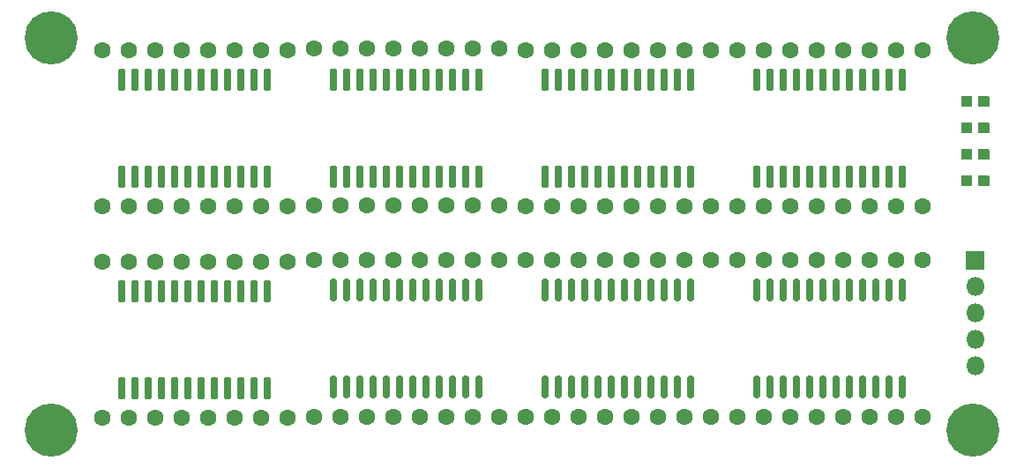
<source format=gbr>
G04 #@! TF.GenerationSoftware,KiCad,Pcbnew,(5.1.9)-1*
G04 #@! TF.CreationDate,2022-02-28T19:05:45+08:00*
G04 #@! TF.ProjectId,matrix_display16_32,6d617472-6978-45f6-9469-73706c617931,rev?*
G04 #@! TF.SameCoordinates,Original*
G04 #@! TF.FileFunction,Soldermask,Top*
G04 #@! TF.FilePolarity,Negative*
%FSLAX46Y46*%
G04 Gerber Fmt 4.6, Leading zero omitted, Abs format (unit mm)*
G04 Created by KiCad (PCBNEW (5.1.9)-1) date 2022-02-28 19:05:45*
%MOMM*%
%LPD*%
G01*
G04 APERTURE LIST*
%ADD10C,5.102000*%
%ADD11C,1.602000*%
%ADD12O,1.802000X1.802000*%
G04 APERTURE END LIST*
D10*
X186500000Y-87820000D03*
X186500000Y-125540000D03*
X97980000Y-125540000D03*
X97980000Y-87820000D03*
G36*
G01*
X179529500Y-100094000D02*
X179880500Y-100094000D01*
G75*
G02*
X180056000Y-100269500I0J-175500D01*
G01*
X180056000Y-102070500D01*
G75*
G02*
X179880500Y-102246000I-175500J0D01*
G01*
X179529500Y-102246000D01*
G75*
G02*
X179354000Y-102070500I0J175500D01*
G01*
X179354000Y-100269500D01*
G75*
G02*
X179529500Y-100094000I175500J0D01*
G01*
G37*
G36*
G01*
X178259500Y-100094000D02*
X178610500Y-100094000D01*
G75*
G02*
X178786000Y-100269500I0J-175500D01*
G01*
X178786000Y-102070500D01*
G75*
G02*
X178610500Y-102246000I-175500J0D01*
G01*
X178259500Y-102246000D01*
G75*
G02*
X178084000Y-102070500I0J175500D01*
G01*
X178084000Y-100269500D01*
G75*
G02*
X178259500Y-100094000I175500J0D01*
G01*
G37*
G36*
G01*
X176989500Y-100094000D02*
X177340500Y-100094000D01*
G75*
G02*
X177516000Y-100269500I0J-175500D01*
G01*
X177516000Y-102070500D01*
G75*
G02*
X177340500Y-102246000I-175500J0D01*
G01*
X176989500Y-102246000D01*
G75*
G02*
X176814000Y-102070500I0J175500D01*
G01*
X176814000Y-100269500D01*
G75*
G02*
X176989500Y-100094000I175500J0D01*
G01*
G37*
G36*
G01*
X175719500Y-100094000D02*
X176070500Y-100094000D01*
G75*
G02*
X176246000Y-100269500I0J-175500D01*
G01*
X176246000Y-102070500D01*
G75*
G02*
X176070500Y-102246000I-175500J0D01*
G01*
X175719500Y-102246000D01*
G75*
G02*
X175544000Y-102070500I0J175500D01*
G01*
X175544000Y-100269500D01*
G75*
G02*
X175719500Y-100094000I175500J0D01*
G01*
G37*
G36*
G01*
X174449500Y-100094000D02*
X174800500Y-100094000D01*
G75*
G02*
X174976000Y-100269500I0J-175500D01*
G01*
X174976000Y-102070500D01*
G75*
G02*
X174800500Y-102246000I-175500J0D01*
G01*
X174449500Y-102246000D01*
G75*
G02*
X174274000Y-102070500I0J175500D01*
G01*
X174274000Y-100269500D01*
G75*
G02*
X174449500Y-100094000I175500J0D01*
G01*
G37*
G36*
G01*
X173179500Y-100094000D02*
X173530500Y-100094000D01*
G75*
G02*
X173706000Y-100269500I0J-175500D01*
G01*
X173706000Y-102070500D01*
G75*
G02*
X173530500Y-102246000I-175500J0D01*
G01*
X173179500Y-102246000D01*
G75*
G02*
X173004000Y-102070500I0J175500D01*
G01*
X173004000Y-100269500D01*
G75*
G02*
X173179500Y-100094000I175500J0D01*
G01*
G37*
G36*
G01*
X171909500Y-100094000D02*
X172260500Y-100094000D01*
G75*
G02*
X172436000Y-100269500I0J-175500D01*
G01*
X172436000Y-102070500D01*
G75*
G02*
X172260500Y-102246000I-175500J0D01*
G01*
X171909500Y-102246000D01*
G75*
G02*
X171734000Y-102070500I0J175500D01*
G01*
X171734000Y-100269500D01*
G75*
G02*
X171909500Y-100094000I175500J0D01*
G01*
G37*
G36*
G01*
X170639500Y-100094000D02*
X170990500Y-100094000D01*
G75*
G02*
X171166000Y-100269500I0J-175500D01*
G01*
X171166000Y-102070500D01*
G75*
G02*
X170990500Y-102246000I-175500J0D01*
G01*
X170639500Y-102246000D01*
G75*
G02*
X170464000Y-102070500I0J175500D01*
G01*
X170464000Y-100269500D01*
G75*
G02*
X170639500Y-100094000I175500J0D01*
G01*
G37*
G36*
G01*
X169369500Y-100094000D02*
X169720500Y-100094000D01*
G75*
G02*
X169896000Y-100269500I0J-175500D01*
G01*
X169896000Y-102070500D01*
G75*
G02*
X169720500Y-102246000I-175500J0D01*
G01*
X169369500Y-102246000D01*
G75*
G02*
X169194000Y-102070500I0J175500D01*
G01*
X169194000Y-100269500D01*
G75*
G02*
X169369500Y-100094000I175500J0D01*
G01*
G37*
G36*
G01*
X168099500Y-100094000D02*
X168450500Y-100094000D01*
G75*
G02*
X168626000Y-100269500I0J-175500D01*
G01*
X168626000Y-102070500D01*
G75*
G02*
X168450500Y-102246000I-175500J0D01*
G01*
X168099500Y-102246000D01*
G75*
G02*
X167924000Y-102070500I0J175500D01*
G01*
X167924000Y-100269500D01*
G75*
G02*
X168099500Y-100094000I175500J0D01*
G01*
G37*
G36*
G01*
X166829500Y-100094000D02*
X167180500Y-100094000D01*
G75*
G02*
X167356000Y-100269500I0J-175500D01*
G01*
X167356000Y-102070500D01*
G75*
G02*
X167180500Y-102246000I-175500J0D01*
G01*
X166829500Y-102246000D01*
G75*
G02*
X166654000Y-102070500I0J175500D01*
G01*
X166654000Y-100269500D01*
G75*
G02*
X166829500Y-100094000I175500J0D01*
G01*
G37*
G36*
G01*
X165559500Y-100094000D02*
X165910500Y-100094000D01*
G75*
G02*
X166086000Y-100269500I0J-175500D01*
G01*
X166086000Y-102070500D01*
G75*
G02*
X165910500Y-102246000I-175500J0D01*
G01*
X165559500Y-102246000D01*
G75*
G02*
X165384000Y-102070500I0J175500D01*
G01*
X165384000Y-100269500D01*
G75*
G02*
X165559500Y-100094000I175500J0D01*
G01*
G37*
G36*
G01*
X165559500Y-90794000D02*
X165910500Y-90794000D01*
G75*
G02*
X166086000Y-90969500I0J-175500D01*
G01*
X166086000Y-92770500D01*
G75*
G02*
X165910500Y-92946000I-175500J0D01*
G01*
X165559500Y-92946000D01*
G75*
G02*
X165384000Y-92770500I0J175500D01*
G01*
X165384000Y-90969500D01*
G75*
G02*
X165559500Y-90794000I175500J0D01*
G01*
G37*
G36*
G01*
X166829500Y-90794000D02*
X167180500Y-90794000D01*
G75*
G02*
X167356000Y-90969500I0J-175500D01*
G01*
X167356000Y-92770500D01*
G75*
G02*
X167180500Y-92946000I-175500J0D01*
G01*
X166829500Y-92946000D01*
G75*
G02*
X166654000Y-92770500I0J175500D01*
G01*
X166654000Y-90969500D01*
G75*
G02*
X166829500Y-90794000I175500J0D01*
G01*
G37*
G36*
G01*
X168099500Y-90794000D02*
X168450500Y-90794000D01*
G75*
G02*
X168626000Y-90969500I0J-175500D01*
G01*
X168626000Y-92770500D01*
G75*
G02*
X168450500Y-92946000I-175500J0D01*
G01*
X168099500Y-92946000D01*
G75*
G02*
X167924000Y-92770500I0J175500D01*
G01*
X167924000Y-90969500D01*
G75*
G02*
X168099500Y-90794000I175500J0D01*
G01*
G37*
G36*
G01*
X169369500Y-90794000D02*
X169720500Y-90794000D01*
G75*
G02*
X169896000Y-90969500I0J-175500D01*
G01*
X169896000Y-92770500D01*
G75*
G02*
X169720500Y-92946000I-175500J0D01*
G01*
X169369500Y-92946000D01*
G75*
G02*
X169194000Y-92770500I0J175500D01*
G01*
X169194000Y-90969500D01*
G75*
G02*
X169369500Y-90794000I175500J0D01*
G01*
G37*
G36*
G01*
X170639500Y-90794000D02*
X170990500Y-90794000D01*
G75*
G02*
X171166000Y-90969500I0J-175500D01*
G01*
X171166000Y-92770500D01*
G75*
G02*
X170990500Y-92946000I-175500J0D01*
G01*
X170639500Y-92946000D01*
G75*
G02*
X170464000Y-92770500I0J175500D01*
G01*
X170464000Y-90969500D01*
G75*
G02*
X170639500Y-90794000I175500J0D01*
G01*
G37*
G36*
G01*
X171909500Y-90794000D02*
X172260500Y-90794000D01*
G75*
G02*
X172436000Y-90969500I0J-175500D01*
G01*
X172436000Y-92770500D01*
G75*
G02*
X172260500Y-92946000I-175500J0D01*
G01*
X171909500Y-92946000D01*
G75*
G02*
X171734000Y-92770500I0J175500D01*
G01*
X171734000Y-90969500D01*
G75*
G02*
X171909500Y-90794000I175500J0D01*
G01*
G37*
G36*
G01*
X173179500Y-90794000D02*
X173530500Y-90794000D01*
G75*
G02*
X173706000Y-90969500I0J-175500D01*
G01*
X173706000Y-92770500D01*
G75*
G02*
X173530500Y-92946000I-175500J0D01*
G01*
X173179500Y-92946000D01*
G75*
G02*
X173004000Y-92770500I0J175500D01*
G01*
X173004000Y-90969500D01*
G75*
G02*
X173179500Y-90794000I175500J0D01*
G01*
G37*
G36*
G01*
X174449500Y-90794000D02*
X174800500Y-90794000D01*
G75*
G02*
X174976000Y-90969500I0J-175500D01*
G01*
X174976000Y-92770500D01*
G75*
G02*
X174800500Y-92946000I-175500J0D01*
G01*
X174449500Y-92946000D01*
G75*
G02*
X174274000Y-92770500I0J175500D01*
G01*
X174274000Y-90969500D01*
G75*
G02*
X174449500Y-90794000I175500J0D01*
G01*
G37*
G36*
G01*
X175719500Y-90794000D02*
X176070500Y-90794000D01*
G75*
G02*
X176246000Y-90969500I0J-175500D01*
G01*
X176246000Y-92770500D01*
G75*
G02*
X176070500Y-92946000I-175500J0D01*
G01*
X175719500Y-92946000D01*
G75*
G02*
X175544000Y-92770500I0J175500D01*
G01*
X175544000Y-90969500D01*
G75*
G02*
X175719500Y-90794000I175500J0D01*
G01*
G37*
G36*
G01*
X176989500Y-90794000D02*
X177340500Y-90794000D01*
G75*
G02*
X177516000Y-90969500I0J-175500D01*
G01*
X177516000Y-92770500D01*
G75*
G02*
X177340500Y-92946000I-175500J0D01*
G01*
X176989500Y-92946000D01*
G75*
G02*
X176814000Y-92770500I0J175500D01*
G01*
X176814000Y-90969500D01*
G75*
G02*
X176989500Y-90794000I175500J0D01*
G01*
G37*
G36*
G01*
X178259500Y-90794000D02*
X178610500Y-90794000D01*
G75*
G02*
X178786000Y-90969500I0J-175500D01*
G01*
X178786000Y-92770500D01*
G75*
G02*
X178610500Y-92946000I-175500J0D01*
G01*
X178259500Y-92946000D01*
G75*
G02*
X178084000Y-92770500I0J175500D01*
G01*
X178084000Y-90969500D01*
G75*
G02*
X178259500Y-90794000I175500J0D01*
G01*
G37*
G36*
G01*
X179529500Y-90794000D02*
X179880500Y-90794000D01*
G75*
G02*
X180056000Y-90969500I0J-175500D01*
G01*
X180056000Y-92770500D01*
G75*
G02*
X179880500Y-92946000I-175500J0D01*
G01*
X179529500Y-92946000D01*
G75*
G02*
X179354000Y-92770500I0J175500D01*
G01*
X179354000Y-90969500D01*
G75*
G02*
X179529500Y-90794000I175500J0D01*
G01*
G37*
D11*
X113030000Y-109340000D03*
X120650000Y-109340000D03*
X110490000Y-109340000D03*
X115570000Y-109340000D03*
X118110000Y-109340000D03*
X102870000Y-109340000D03*
X105410000Y-109340000D03*
X107950000Y-109340000D03*
X102870000Y-124340000D03*
X105410000Y-124340000D03*
X107950000Y-124340000D03*
X110490000Y-124340000D03*
X113030000Y-124340000D03*
X115570000Y-124340000D03*
X118110000Y-124340000D03*
X120650000Y-124340000D03*
X173990000Y-109220000D03*
X181610000Y-109220000D03*
X171450000Y-109220000D03*
X176530000Y-109220000D03*
X179070000Y-109220000D03*
X163830000Y-109220000D03*
X166370000Y-109220000D03*
X168910000Y-109220000D03*
X163830000Y-124220000D03*
X166370000Y-124220000D03*
X168910000Y-124220000D03*
X171450000Y-124220000D03*
X173990000Y-124220000D03*
X176530000Y-124220000D03*
X179070000Y-124220000D03*
X181610000Y-124220000D03*
X153670000Y-89020000D03*
X161290000Y-89020000D03*
X151130000Y-89020000D03*
X156210000Y-89020000D03*
X158750000Y-89020000D03*
X143510000Y-89020000D03*
X146050000Y-89020000D03*
X148590000Y-89020000D03*
X143510000Y-104020000D03*
X146050000Y-104020000D03*
X148590000Y-104020000D03*
X151130000Y-104020000D03*
X153670000Y-104020000D03*
X156210000Y-104020000D03*
X158750000Y-104020000D03*
X161290000Y-104020000D03*
X173990000Y-89020000D03*
X181610000Y-89020000D03*
X171450000Y-89020000D03*
X176530000Y-89020000D03*
X179070000Y-89020000D03*
X163830000Y-89020000D03*
X166370000Y-89020000D03*
X168910000Y-89020000D03*
X163830000Y-104020000D03*
X166370000Y-104020000D03*
X168910000Y-104020000D03*
X171450000Y-104020000D03*
X173990000Y-104020000D03*
X176530000Y-104020000D03*
X179070000Y-104020000D03*
X181610000Y-104020000D03*
X133350000Y-88900000D03*
X140970000Y-88900000D03*
X130810000Y-88900000D03*
X135890000Y-88900000D03*
X138430000Y-88900000D03*
X123190000Y-88900000D03*
X125730000Y-88900000D03*
X128270000Y-88900000D03*
X123190000Y-103900000D03*
X125730000Y-103900000D03*
X128270000Y-103900000D03*
X130810000Y-103900000D03*
X133350000Y-103900000D03*
X135890000Y-103900000D03*
X138430000Y-103900000D03*
X140970000Y-103900000D03*
G36*
G01*
X159209500Y-120294000D02*
X159560500Y-120294000D01*
G75*
G02*
X159736000Y-120469500I0J-175500D01*
G01*
X159736000Y-122270500D01*
G75*
G02*
X159560500Y-122446000I-175500J0D01*
G01*
X159209500Y-122446000D01*
G75*
G02*
X159034000Y-122270500I0J175500D01*
G01*
X159034000Y-120469500D01*
G75*
G02*
X159209500Y-120294000I175500J0D01*
G01*
G37*
G36*
G01*
X157939500Y-120294000D02*
X158290500Y-120294000D01*
G75*
G02*
X158466000Y-120469500I0J-175500D01*
G01*
X158466000Y-122270500D01*
G75*
G02*
X158290500Y-122446000I-175500J0D01*
G01*
X157939500Y-122446000D01*
G75*
G02*
X157764000Y-122270500I0J175500D01*
G01*
X157764000Y-120469500D01*
G75*
G02*
X157939500Y-120294000I175500J0D01*
G01*
G37*
G36*
G01*
X156669500Y-120294000D02*
X157020500Y-120294000D01*
G75*
G02*
X157196000Y-120469500I0J-175500D01*
G01*
X157196000Y-122270500D01*
G75*
G02*
X157020500Y-122446000I-175500J0D01*
G01*
X156669500Y-122446000D01*
G75*
G02*
X156494000Y-122270500I0J175500D01*
G01*
X156494000Y-120469500D01*
G75*
G02*
X156669500Y-120294000I175500J0D01*
G01*
G37*
G36*
G01*
X155399500Y-120294000D02*
X155750500Y-120294000D01*
G75*
G02*
X155926000Y-120469500I0J-175500D01*
G01*
X155926000Y-122270500D01*
G75*
G02*
X155750500Y-122446000I-175500J0D01*
G01*
X155399500Y-122446000D01*
G75*
G02*
X155224000Y-122270500I0J175500D01*
G01*
X155224000Y-120469500D01*
G75*
G02*
X155399500Y-120294000I175500J0D01*
G01*
G37*
G36*
G01*
X154129500Y-120294000D02*
X154480500Y-120294000D01*
G75*
G02*
X154656000Y-120469500I0J-175500D01*
G01*
X154656000Y-122270500D01*
G75*
G02*
X154480500Y-122446000I-175500J0D01*
G01*
X154129500Y-122446000D01*
G75*
G02*
X153954000Y-122270500I0J175500D01*
G01*
X153954000Y-120469500D01*
G75*
G02*
X154129500Y-120294000I175500J0D01*
G01*
G37*
G36*
G01*
X152859500Y-120294000D02*
X153210500Y-120294000D01*
G75*
G02*
X153386000Y-120469500I0J-175500D01*
G01*
X153386000Y-122270500D01*
G75*
G02*
X153210500Y-122446000I-175500J0D01*
G01*
X152859500Y-122446000D01*
G75*
G02*
X152684000Y-122270500I0J175500D01*
G01*
X152684000Y-120469500D01*
G75*
G02*
X152859500Y-120294000I175500J0D01*
G01*
G37*
G36*
G01*
X151589500Y-120294000D02*
X151940500Y-120294000D01*
G75*
G02*
X152116000Y-120469500I0J-175500D01*
G01*
X152116000Y-122270500D01*
G75*
G02*
X151940500Y-122446000I-175500J0D01*
G01*
X151589500Y-122446000D01*
G75*
G02*
X151414000Y-122270500I0J175500D01*
G01*
X151414000Y-120469500D01*
G75*
G02*
X151589500Y-120294000I175500J0D01*
G01*
G37*
G36*
G01*
X150319500Y-120294000D02*
X150670500Y-120294000D01*
G75*
G02*
X150846000Y-120469500I0J-175500D01*
G01*
X150846000Y-122270500D01*
G75*
G02*
X150670500Y-122446000I-175500J0D01*
G01*
X150319500Y-122446000D01*
G75*
G02*
X150144000Y-122270500I0J175500D01*
G01*
X150144000Y-120469500D01*
G75*
G02*
X150319500Y-120294000I175500J0D01*
G01*
G37*
G36*
G01*
X149049500Y-120294000D02*
X149400500Y-120294000D01*
G75*
G02*
X149576000Y-120469500I0J-175500D01*
G01*
X149576000Y-122270500D01*
G75*
G02*
X149400500Y-122446000I-175500J0D01*
G01*
X149049500Y-122446000D01*
G75*
G02*
X148874000Y-122270500I0J175500D01*
G01*
X148874000Y-120469500D01*
G75*
G02*
X149049500Y-120294000I175500J0D01*
G01*
G37*
G36*
G01*
X147779500Y-120294000D02*
X148130500Y-120294000D01*
G75*
G02*
X148306000Y-120469500I0J-175500D01*
G01*
X148306000Y-122270500D01*
G75*
G02*
X148130500Y-122446000I-175500J0D01*
G01*
X147779500Y-122446000D01*
G75*
G02*
X147604000Y-122270500I0J175500D01*
G01*
X147604000Y-120469500D01*
G75*
G02*
X147779500Y-120294000I175500J0D01*
G01*
G37*
G36*
G01*
X146509500Y-120294000D02*
X146860500Y-120294000D01*
G75*
G02*
X147036000Y-120469500I0J-175500D01*
G01*
X147036000Y-122270500D01*
G75*
G02*
X146860500Y-122446000I-175500J0D01*
G01*
X146509500Y-122446000D01*
G75*
G02*
X146334000Y-122270500I0J175500D01*
G01*
X146334000Y-120469500D01*
G75*
G02*
X146509500Y-120294000I175500J0D01*
G01*
G37*
G36*
G01*
X145239500Y-120294000D02*
X145590500Y-120294000D01*
G75*
G02*
X145766000Y-120469500I0J-175500D01*
G01*
X145766000Y-122270500D01*
G75*
G02*
X145590500Y-122446000I-175500J0D01*
G01*
X145239500Y-122446000D01*
G75*
G02*
X145064000Y-122270500I0J175500D01*
G01*
X145064000Y-120469500D01*
G75*
G02*
X145239500Y-120294000I175500J0D01*
G01*
G37*
G36*
G01*
X145239500Y-110994000D02*
X145590500Y-110994000D01*
G75*
G02*
X145766000Y-111169500I0J-175500D01*
G01*
X145766000Y-112970500D01*
G75*
G02*
X145590500Y-113146000I-175500J0D01*
G01*
X145239500Y-113146000D01*
G75*
G02*
X145064000Y-112970500I0J175500D01*
G01*
X145064000Y-111169500D01*
G75*
G02*
X145239500Y-110994000I175500J0D01*
G01*
G37*
G36*
G01*
X146509500Y-110994000D02*
X146860500Y-110994000D01*
G75*
G02*
X147036000Y-111169500I0J-175500D01*
G01*
X147036000Y-112970500D01*
G75*
G02*
X146860500Y-113146000I-175500J0D01*
G01*
X146509500Y-113146000D01*
G75*
G02*
X146334000Y-112970500I0J175500D01*
G01*
X146334000Y-111169500D01*
G75*
G02*
X146509500Y-110994000I175500J0D01*
G01*
G37*
G36*
G01*
X147779500Y-110994000D02*
X148130500Y-110994000D01*
G75*
G02*
X148306000Y-111169500I0J-175500D01*
G01*
X148306000Y-112970500D01*
G75*
G02*
X148130500Y-113146000I-175500J0D01*
G01*
X147779500Y-113146000D01*
G75*
G02*
X147604000Y-112970500I0J175500D01*
G01*
X147604000Y-111169500D01*
G75*
G02*
X147779500Y-110994000I175500J0D01*
G01*
G37*
G36*
G01*
X149049500Y-110994000D02*
X149400500Y-110994000D01*
G75*
G02*
X149576000Y-111169500I0J-175500D01*
G01*
X149576000Y-112970500D01*
G75*
G02*
X149400500Y-113146000I-175500J0D01*
G01*
X149049500Y-113146000D01*
G75*
G02*
X148874000Y-112970500I0J175500D01*
G01*
X148874000Y-111169500D01*
G75*
G02*
X149049500Y-110994000I175500J0D01*
G01*
G37*
G36*
G01*
X150319500Y-110994000D02*
X150670500Y-110994000D01*
G75*
G02*
X150846000Y-111169500I0J-175500D01*
G01*
X150846000Y-112970500D01*
G75*
G02*
X150670500Y-113146000I-175500J0D01*
G01*
X150319500Y-113146000D01*
G75*
G02*
X150144000Y-112970500I0J175500D01*
G01*
X150144000Y-111169500D01*
G75*
G02*
X150319500Y-110994000I175500J0D01*
G01*
G37*
G36*
G01*
X151589500Y-110994000D02*
X151940500Y-110994000D01*
G75*
G02*
X152116000Y-111169500I0J-175500D01*
G01*
X152116000Y-112970500D01*
G75*
G02*
X151940500Y-113146000I-175500J0D01*
G01*
X151589500Y-113146000D01*
G75*
G02*
X151414000Y-112970500I0J175500D01*
G01*
X151414000Y-111169500D01*
G75*
G02*
X151589500Y-110994000I175500J0D01*
G01*
G37*
G36*
G01*
X152859500Y-110994000D02*
X153210500Y-110994000D01*
G75*
G02*
X153386000Y-111169500I0J-175500D01*
G01*
X153386000Y-112970500D01*
G75*
G02*
X153210500Y-113146000I-175500J0D01*
G01*
X152859500Y-113146000D01*
G75*
G02*
X152684000Y-112970500I0J175500D01*
G01*
X152684000Y-111169500D01*
G75*
G02*
X152859500Y-110994000I175500J0D01*
G01*
G37*
G36*
G01*
X154129500Y-110994000D02*
X154480500Y-110994000D01*
G75*
G02*
X154656000Y-111169500I0J-175500D01*
G01*
X154656000Y-112970500D01*
G75*
G02*
X154480500Y-113146000I-175500J0D01*
G01*
X154129500Y-113146000D01*
G75*
G02*
X153954000Y-112970500I0J175500D01*
G01*
X153954000Y-111169500D01*
G75*
G02*
X154129500Y-110994000I175500J0D01*
G01*
G37*
G36*
G01*
X155399500Y-110994000D02*
X155750500Y-110994000D01*
G75*
G02*
X155926000Y-111169500I0J-175500D01*
G01*
X155926000Y-112970500D01*
G75*
G02*
X155750500Y-113146000I-175500J0D01*
G01*
X155399500Y-113146000D01*
G75*
G02*
X155224000Y-112970500I0J175500D01*
G01*
X155224000Y-111169500D01*
G75*
G02*
X155399500Y-110994000I175500J0D01*
G01*
G37*
G36*
G01*
X156669500Y-110994000D02*
X157020500Y-110994000D01*
G75*
G02*
X157196000Y-111169500I0J-175500D01*
G01*
X157196000Y-112970500D01*
G75*
G02*
X157020500Y-113146000I-175500J0D01*
G01*
X156669500Y-113146000D01*
G75*
G02*
X156494000Y-112970500I0J175500D01*
G01*
X156494000Y-111169500D01*
G75*
G02*
X156669500Y-110994000I175500J0D01*
G01*
G37*
G36*
G01*
X157939500Y-110994000D02*
X158290500Y-110994000D01*
G75*
G02*
X158466000Y-111169500I0J-175500D01*
G01*
X158466000Y-112970500D01*
G75*
G02*
X158290500Y-113146000I-175500J0D01*
G01*
X157939500Y-113146000D01*
G75*
G02*
X157764000Y-112970500I0J175500D01*
G01*
X157764000Y-111169500D01*
G75*
G02*
X157939500Y-110994000I175500J0D01*
G01*
G37*
G36*
G01*
X159209500Y-110994000D02*
X159560500Y-110994000D01*
G75*
G02*
X159736000Y-111169500I0J-175500D01*
G01*
X159736000Y-112970500D01*
G75*
G02*
X159560500Y-113146000I-175500J0D01*
G01*
X159209500Y-113146000D01*
G75*
G02*
X159034000Y-112970500I0J175500D01*
G01*
X159034000Y-111169500D01*
G75*
G02*
X159209500Y-110994000I175500J0D01*
G01*
G37*
X153670000Y-109220000D03*
X161290000Y-109220000D03*
X151130000Y-109220000D03*
X156210000Y-109220000D03*
X158750000Y-109220000D03*
X143510000Y-109220000D03*
X146050000Y-109220000D03*
X148590000Y-109220000D03*
X143510000Y-124220000D03*
X146050000Y-124220000D03*
X148590000Y-124220000D03*
X151130000Y-124220000D03*
X153670000Y-124220000D03*
X156210000Y-124220000D03*
X158750000Y-124220000D03*
X161290000Y-124220000D03*
X133350000Y-109220000D03*
X140970000Y-109220000D03*
X130810000Y-109220000D03*
X135890000Y-109220000D03*
X138430000Y-109220000D03*
X123190000Y-109220000D03*
X125730000Y-109220000D03*
X128270000Y-109220000D03*
X123190000Y-124220000D03*
X125730000Y-124220000D03*
X128270000Y-124220000D03*
X130810000Y-124220000D03*
X133350000Y-124220000D03*
X135890000Y-124220000D03*
X138430000Y-124220000D03*
X140970000Y-124220000D03*
X113030000Y-89020000D03*
X120650000Y-89020000D03*
X110490000Y-89020000D03*
X115570000Y-89020000D03*
X118110000Y-89020000D03*
X102870000Y-89020000D03*
X105410000Y-89020000D03*
X107950000Y-89020000D03*
X102870000Y-104020000D03*
X105410000Y-104020000D03*
X107950000Y-104020000D03*
X110490000Y-104020000D03*
X113030000Y-104020000D03*
X115570000Y-104020000D03*
X118110000Y-104020000D03*
X120650000Y-104020000D03*
G36*
G01*
X179529500Y-120294000D02*
X179880500Y-120294000D01*
G75*
G02*
X180056000Y-120469500I0J-175500D01*
G01*
X180056000Y-122270500D01*
G75*
G02*
X179880500Y-122446000I-175500J0D01*
G01*
X179529500Y-122446000D01*
G75*
G02*
X179354000Y-122270500I0J175500D01*
G01*
X179354000Y-120469500D01*
G75*
G02*
X179529500Y-120294000I175500J0D01*
G01*
G37*
G36*
G01*
X178259500Y-120294000D02*
X178610500Y-120294000D01*
G75*
G02*
X178786000Y-120469500I0J-175500D01*
G01*
X178786000Y-122270500D01*
G75*
G02*
X178610500Y-122446000I-175500J0D01*
G01*
X178259500Y-122446000D01*
G75*
G02*
X178084000Y-122270500I0J175500D01*
G01*
X178084000Y-120469500D01*
G75*
G02*
X178259500Y-120294000I175500J0D01*
G01*
G37*
G36*
G01*
X176989500Y-120294000D02*
X177340500Y-120294000D01*
G75*
G02*
X177516000Y-120469500I0J-175500D01*
G01*
X177516000Y-122270500D01*
G75*
G02*
X177340500Y-122446000I-175500J0D01*
G01*
X176989500Y-122446000D01*
G75*
G02*
X176814000Y-122270500I0J175500D01*
G01*
X176814000Y-120469500D01*
G75*
G02*
X176989500Y-120294000I175500J0D01*
G01*
G37*
G36*
G01*
X175719500Y-120294000D02*
X176070500Y-120294000D01*
G75*
G02*
X176246000Y-120469500I0J-175500D01*
G01*
X176246000Y-122270500D01*
G75*
G02*
X176070500Y-122446000I-175500J0D01*
G01*
X175719500Y-122446000D01*
G75*
G02*
X175544000Y-122270500I0J175500D01*
G01*
X175544000Y-120469500D01*
G75*
G02*
X175719500Y-120294000I175500J0D01*
G01*
G37*
G36*
G01*
X174449500Y-120294000D02*
X174800500Y-120294000D01*
G75*
G02*
X174976000Y-120469500I0J-175500D01*
G01*
X174976000Y-122270500D01*
G75*
G02*
X174800500Y-122446000I-175500J0D01*
G01*
X174449500Y-122446000D01*
G75*
G02*
X174274000Y-122270500I0J175500D01*
G01*
X174274000Y-120469500D01*
G75*
G02*
X174449500Y-120294000I175500J0D01*
G01*
G37*
G36*
G01*
X173179500Y-120294000D02*
X173530500Y-120294000D01*
G75*
G02*
X173706000Y-120469500I0J-175500D01*
G01*
X173706000Y-122270500D01*
G75*
G02*
X173530500Y-122446000I-175500J0D01*
G01*
X173179500Y-122446000D01*
G75*
G02*
X173004000Y-122270500I0J175500D01*
G01*
X173004000Y-120469500D01*
G75*
G02*
X173179500Y-120294000I175500J0D01*
G01*
G37*
G36*
G01*
X171909500Y-120294000D02*
X172260500Y-120294000D01*
G75*
G02*
X172436000Y-120469500I0J-175500D01*
G01*
X172436000Y-122270500D01*
G75*
G02*
X172260500Y-122446000I-175500J0D01*
G01*
X171909500Y-122446000D01*
G75*
G02*
X171734000Y-122270500I0J175500D01*
G01*
X171734000Y-120469500D01*
G75*
G02*
X171909500Y-120294000I175500J0D01*
G01*
G37*
G36*
G01*
X170639500Y-120294000D02*
X170990500Y-120294000D01*
G75*
G02*
X171166000Y-120469500I0J-175500D01*
G01*
X171166000Y-122270500D01*
G75*
G02*
X170990500Y-122446000I-175500J0D01*
G01*
X170639500Y-122446000D01*
G75*
G02*
X170464000Y-122270500I0J175500D01*
G01*
X170464000Y-120469500D01*
G75*
G02*
X170639500Y-120294000I175500J0D01*
G01*
G37*
G36*
G01*
X169369500Y-120294000D02*
X169720500Y-120294000D01*
G75*
G02*
X169896000Y-120469500I0J-175500D01*
G01*
X169896000Y-122270500D01*
G75*
G02*
X169720500Y-122446000I-175500J0D01*
G01*
X169369500Y-122446000D01*
G75*
G02*
X169194000Y-122270500I0J175500D01*
G01*
X169194000Y-120469500D01*
G75*
G02*
X169369500Y-120294000I175500J0D01*
G01*
G37*
G36*
G01*
X168099500Y-120294000D02*
X168450500Y-120294000D01*
G75*
G02*
X168626000Y-120469500I0J-175500D01*
G01*
X168626000Y-122270500D01*
G75*
G02*
X168450500Y-122446000I-175500J0D01*
G01*
X168099500Y-122446000D01*
G75*
G02*
X167924000Y-122270500I0J175500D01*
G01*
X167924000Y-120469500D01*
G75*
G02*
X168099500Y-120294000I175500J0D01*
G01*
G37*
G36*
G01*
X166829500Y-120294000D02*
X167180500Y-120294000D01*
G75*
G02*
X167356000Y-120469500I0J-175500D01*
G01*
X167356000Y-122270500D01*
G75*
G02*
X167180500Y-122446000I-175500J0D01*
G01*
X166829500Y-122446000D01*
G75*
G02*
X166654000Y-122270500I0J175500D01*
G01*
X166654000Y-120469500D01*
G75*
G02*
X166829500Y-120294000I175500J0D01*
G01*
G37*
G36*
G01*
X165559500Y-120294000D02*
X165910500Y-120294000D01*
G75*
G02*
X166086000Y-120469500I0J-175500D01*
G01*
X166086000Y-122270500D01*
G75*
G02*
X165910500Y-122446000I-175500J0D01*
G01*
X165559500Y-122446000D01*
G75*
G02*
X165384000Y-122270500I0J175500D01*
G01*
X165384000Y-120469500D01*
G75*
G02*
X165559500Y-120294000I175500J0D01*
G01*
G37*
G36*
G01*
X165559500Y-110994000D02*
X165910500Y-110994000D01*
G75*
G02*
X166086000Y-111169500I0J-175500D01*
G01*
X166086000Y-112970500D01*
G75*
G02*
X165910500Y-113146000I-175500J0D01*
G01*
X165559500Y-113146000D01*
G75*
G02*
X165384000Y-112970500I0J175500D01*
G01*
X165384000Y-111169500D01*
G75*
G02*
X165559500Y-110994000I175500J0D01*
G01*
G37*
G36*
G01*
X166829500Y-110994000D02*
X167180500Y-110994000D01*
G75*
G02*
X167356000Y-111169500I0J-175500D01*
G01*
X167356000Y-112970500D01*
G75*
G02*
X167180500Y-113146000I-175500J0D01*
G01*
X166829500Y-113146000D01*
G75*
G02*
X166654000Y-112970500I0J175500D01*
G01*
X166654000Y-111169500D01*
G75*
G02*
X166829500Y-110994000I175500J0D01*
G01*
G37*
G36*
G01*
X168099500Y-110994000D02*
X168450500Y-110994000D01*
G75*
G02*
X168626000Y-111169500I0J-175500D01*
G01*
X168626000Y-112970500D01*
G75*
G02*
X168450500Y-113146000I-175500J0D01*
G01*
X168099500Y-113146000D01*
G75*
G02*
X167924000Y-112970500I0J175500D01*
G01*
X167924000Y-111169500D01*
G75*
G02*
X168099500Y-110994000I175500J0D01*
G01*
G37*
G36*
G01*
X169369500Y-110994000D02*
X169720500Y-110994000D01*
G75*
G02*
X169896000Y-111169500I0J-175500D01*
G01*
X169896000Y-112970500D01*
G75*
G02*
X169720500Y-113146000I-175500J0D01*
G01*
X169369500Y-113146000D01*
G75*
G02*
X169194000Y-112970500I0J175500D01*
G01*
X169194000Y-111169500D01*
G75*
G02*
X169369500Y-110994000I175500J0D01*
G01*
G37*
G36*
G01*
X170639500Y-110994000D02*
X170990500Y-110994000D01*
G75*
G02*
X171166000Y-111169500I0J-175500D01*
G01*
X171166000Y-112970500D01*
G75*
G02*
X170990500Y-113146000I-175500J0D01*
G01*
X170639500Y-113146000D01*
G75*
G02*
X170464000Y-112970500I0J175500D01*
G01*
X170464000Y-111169500D01*
G75*
G02*
X170639500Y-110994000I175500J0D01*
G01*
G37*
G36*
G01*
X171909500Y-110994000D02*
X172260500Y-110994000D01*
G75*
G02*
X172436000Y-111169500I0J-175500D01*
G01*
X172436000Y-112970500D01*
G75*
G02*
X172260500Y-113146000I-175500J0D01*
G01*
X171909500Y-113146000D01*
G75*
G02*
X171734000Y-112970500I0J175500D01*
G01*
X171734000Y-111169500D01*
G75*
G02*
X171909500Y-110994000I175500J0D01*
G01*
G37*
G36*
G01*
X173179500Y-110994000D02*
X173530500Y-110994000D01*
G75*
G02*
X173706000Y-111169500I0J-175500D01*
G01*
X173706000Y-112970500D01*
G75*
G02*
X173530500Y-113146000I-175500J0D01*
G01*
X173179500Y-113146000D01*
G75*
G02*
X173004000Y-112970500I0J175500D01*
G01*
X173004000Y-111169500D01*
G75*
G02*
X173179500Y-110994000I175500J0D01*
G01*
G37*
G36*
G01*
X174449500Y-110994000D02*
X174800500Y-110994000D01*
G75*
G02*
X174976000Y-111169500I0J-175500D01*
G01*
X174976000Y-112970500D01*
G75*
G02*
X174800500Y-113146000I-175500J0D01*
G01*
X174449500Y-113146000D01*
G75*
G02*
X174274000Y-112970500I0J175500D01*
G01*
X174274000Y-111169500D01*
G75*
G02*
X174449500Y-110994000I175500J0D01*
G01*
G37*
G36*
G01*
X175719500Y-110994000D02*
X176070500Y-110994000D01*
G75*
G02*
X176246000Y-111169500I0J-175500D01*
G01*
X176246000Y-112970500D01*
G75*
G02*
X176070500Y-113146000I-175500J0D01*
G01*
X175719500Y-113146000D01*
G75*
G02*
X175544000Y-112970500I0J175500D01*
G01*
X175544000Y-111169500D01*
G75*
G02*
X175719500Y-110994000I175500J0D01*
G01*
G37*
G36*
G01*
X176989500Y-110994000D02*
X177340500Y-110994000D01*
G75*
G02*
X177516000Y-111169500I0J-175500D01*
G01*
X177516000Y-112970500D01*
G75*
G02*
X177340500Y-113146000I-175500J0D01*
G01*
X176989500Y-113146000D01*
G75*
G02*
X176814000Y-112970500I0J175500D01*
G01*
X176814000Y-111169500D01*
G75*
G02*
X176989500Y-110994000I175500J0D01*
G01*
G37*
G36*
G01*
X178259500Y-110994000D02*
X178610500Y-110994000D01*
G75*
G02*
X178786000Y-111169500I0J-175500D01*
G01*
X178786000Y-112970500D01*
G75*
G02*
X178610500Y-113146000I-175500J0D01*
G01*
X178259500Y-113146000D01*
G75*
G02*
X178084000Y-112970500I0J175500D01*
G01*
X178084000Y-111169500D01*
G75*
G02*
X178259500Y-110994000I175500J0D01*
G01*
G37*
G36*
G01*
X179529500Y-110994000D02*
X179880500Y-110994000D01*
G75*
G02*
X180056000Y-111169500I0J-175500D01*
G01*
X180056000Y-112970500D01*
G75*
G02*
X179880500Y-113146000I-175500J0D01*
G01*
X179529500Y-113146000D01*
G75*
G02*
X179354000Y-112970500I0J175500D01*
G01*
X179354000Y-111169500D01*
G75*
G02*
X179529500Y-110994000I175500J0D01*
G01*
G37*
G36*
G01*
X138889500Y-120294000D02*
X139240500Y-120294000D01*
G75*
G02*
X139416000Y-120469500I0J-175500D01*
G01*
X139416000Y-122270500D01*
G75*
G02*
X139240500Y-122446000I-175500J0D01*
G01*
X138889500Y-122446000D01*
G75*
G02*
X138714000Y-122270500I0J175500D01*
G01*
X138714000Y-120469500D01*
G75*
G02*
X138889500Y-120294000I175500J0D01*
G01*
G37*
G36*
G01*
X137619500Y-120294000D02*
X137970500Y-120294000D01*
G75*
G02*
X138146000Y-120469500I0J-175500D01*
G01*
X138146000Y-122270500D01*
G75*
G02*
X137970500Y-122446000I-175500J0D01*
G01*
X137619500Y-122446000D01*
G75*
G02*
X137444000Y-122270500I0J175500D01*
G01*
X137444000Y-120469500D01*
G75*
G02*
X137619500Y-120294000I175500J0D01*
G01*
G37*
G36*
G01*
X136349500Y-120294000D02*
X136700500Y-120294000D01*
G75*
G02*
X136876000Y-120469500I0J-175500D01*
G01*
X136876000Y-122270500D01*
G75*
G02*
X136700500Y-122446000I-175500J0D01*
G01*
X136349500Y-122446000D01*
G75*
G02*
X136174000Y-122270500I0J175500D01*
G01*
X136174000Y-120469500D01*
G75*
G02*
X136349500Y-120294000I175500J0D01*
G01*
G37*
G36*
G01*
X135079500Y-120294000D02*
X135430500Y-120294000D01*
G75*
G02*
X135606000Y-120469500I0J-175500D01*
G01*
X135606000Y-122270500D01*
G75*
G02*
X135430500Y-122446000I-175500J0D01*
G01*
X135079500Y-122446000D01*
G75*
G02*
X134904000Y-122270500I0J175500D01*
G01*
X134904000Y-120469500D01*
G75*
G02*
X135079500Y-120294000I175500J0D01*
G01*
G37*
G36*
G01*
X133809500Y-120294000D02*
X134160500Y-120294000D01*
G75*
G02*
X134336000Y-120469500I0J-175500D01*
G01*
X134336000Y-122270500D01*
G75*
G02*
X134160500Y-122446000I-175500J0D01*
G01*
X133809500Y-122446000D01*
G75*
G02*
X133634000Y-122270500I0J175500D01*
G01*
X133634000Y-120469500D01*
G75*
G02*
X133809500Y-120294000I175500J0D01*
G01*
G37*
G36*
G01*
X132539500Y-120294000D02*
X132890500Y-120294000D01*
G75*
G02*
X133066000Y-120469500I0J-175500D01*
G01*
X133066000Y-122270500D01*
G75*
G02*
X132890500Y-122446000I-175500J0D01*
G01*
X132539500Y-122446000D01*
G75*
G02*
X132364000Y-122270500I0J175500D01*
G01*
X132364000Y-120469500D01*
G75*
G02*
X132539500Y-120294000I175500J0D01*
G01*
G37*
G36*
G01*
X131269500Y-120294000D02*
X131620500Y-120294000D01*
G75*
G02*
X131796000Y-120469500I0J-175500D01*
G01*
X131796000Y-122270500D01*
G75*
G02*
X131620500Y-122446000I-175500J0D01*
G01*
X131269500Y-122446000D01*
G75*
G02*
X131094000Y-122270500I0J175500D01*
G01*
X131094000Y-120469500D01*
G75*
G02*
X131269500Y-120294000I175500J0D01*
G01*
G37*
G36*
G01*
X129999500Y-120294000D02*
X130350500Y-120294000D01*
G75*
G02*
X130526000Y-120469500I0J-175500D01*
G01*
X130526000Y-122270500D01*
G75*
G02*
X130350500Y-122446000I-175500J0D01*
G01*
X129999500Y-122446000D01*
G75*
G02*
X129824000Y-122270500I0J175500D01*
G01*
X129824000Y-120469500D01*
G75*
G02*
X129999500Y-120294000I175500J0D01*
G01*
G37*
G36*
G01*
X128729500Y-120294000D02*
X129080500Y-120294000D01*
G75*
G02*
X129256000Y-120469500I0J-175500D01*
G01*
X129256000Y-122270500D01*
G75*
G02*
X129080500Y-122446000I-175500J0D01*
G01*
X128729500Y-122446000D01*
G75*
G02*
X128554000Y-122270500I0J175500D01*
G01*
X128554000Y-120469500D01*
G75*
G02*
X128729500Y-120294000I175500J0D01*
G01*
G37*
G36*
G01*
X127459500Y-120294000D02*
X127810500Y-120294000D01*
G75*
G02*
X127986000Y-120469500I0J-175500D01*
G01*
X127986000Y-122270500D01*
G75*
G02*
X127810500Y-122446000I-175500J0D01*
G01*
X127459500Y-122446000D01*
G75*
G02*
X127284000Y-122270500I0J175500D01*
G01*
X127284000Y-120469500D01*
G75*
G02*
X127459500Y-120294000I175500J0D01*
G01*
G37*
G36*
G01*
X126189500Y-120294000D02*
X126540500Y-120294000D01*
G75*
G02*
X126716000Y-120469500I0J-175500D01*
G01*
X126716000Y-122270500D01*
G75*
G02*
X126540500Y-122446000I-175500J0D01*
G01*
X126189500Y-122446000D01*
G75*
G02*
X126014000Y-122270500I0J175500D01*
G01*
X126014000Y-120469500D01*
G75*
G02*
X126189500Y-120294000I175500J0D01*
G01*
G37*
G36*
G01*
X124919500Y-120294000D02*
X125270500Y-120294000D01*
G75*
G02*
X125446000Y-120469500I0J-175500D01*
G01*
X125446000Y-122270500D01*
G75*
G02*
X125270500Y-122446000I-175500J0D01*
G01*
X124919500Y-122446000D01*
G75*
G02*
X124744000Y-122270500I0J175500D01*
G01*
X124744000Y-120469500D01*
G75*
G02*
X124919500Y-120294000I175500J0D01*
G01*
G37*
G36*
G01*
X124919500Y-110994000D02*
X125270500Y-110994000D01*
G75*
G02*
X125446000Y-111169500I0J-175500D01*
G01*
X125446000Y-112970500D01*
G75*
G02*
X125270500Y-113146000I-175500J0D01*
G01*
X124919500Y-113146000D01*
G75*
G02*
X124744000Y-112970500I0J175500D01*
G01*
X124744000Y-111169500D01*
G75*
G02*
X124919500Y-110994000I175500J0D01*
G01*
G37*
G36*
G01*
X126189500Y-110994000D02*
X126540500Y-110994000D01*
G75*
G02*
X126716000Y-111169500I0J-175500D01*
G01*
X126716000Y-112970500D01*
G75*
G02*
X126540500Y-113146000I-175500J0D01*
G01*
X126189500Y-113146000D01*
G75*
G02*
X126014000Y-112970500I0J175500D01*
G01*
X126014000Y-111169500D01*
G75*
G02*
X126189500Y-110994000I175500J0D01*
G01*
G37*
G36*
G01*
X127459500Y-110994000D02*
X127810500Y-110994000D01*
G75*
G02*
X127986000Y-111169500I0J-175500D01*
G01*
X127986000Y-112970500D01*
G75*
G02*
X127810500Y-113146000I-175500J0D01*
G01*
X127459500Y-113146000D01*
G75*
G02*
X127284000Y-112970500I0J175500D01*
G01*
X127284000Y-111169500D01*
G75*
G02*
X127459500Y-110994000I175500J0D01*
G01*
G37*
G36*
G01*
X128729500Y-110994000D02*
X129080500Y-110994000D01*
G75*
G02*
X129256000Y-111169500I0J-175500D01*
G01*
X129256000Y-112970500D01*
G75*
G02*
X129080500Y-113146000I-175500J0D01*
G01*
X128729500Y-113146000D01*
G75*
G02*
X128554000Y-112970500I0J175500D01*
G01*
X128554000Y-111169500D01*
G75*
G02*
X128729500Y-110994000I175500J0D01*
G01*
G37*
G36*
G01*
X129999500Y-110994000D02*
X130350500Y-110994000D01*
G75*
G02*
X130526000Y-111169500I0J-175500D01*
G01*
X130526000Y-112970500D01*
G75*
G02*
X130350500Y-113146000I-175500J0D01*
G01*
X129999500Y-113146000D01*
G75*
G02*
X129824000Y-112970500I0J175500D01*
G01*
X129824000Y-111169500D01*
G75*
G02*
X129999500Y-110994000I175500J0D01*
G01*
G37*
G36*
G01*
X131269500Y-110994000D02*
X131620500Y-110994000D01*
G75*
G02*
X131796000Y-111169500I0J-175500D01*
G01*
X131796000Y-112970500D01*
G75*
G02*
X131620500Y-113146000I-175500J0D01*
G01*
X131269500Y-113146000D01*
G75*
G02*
X131094000Y-112970500I0J175500D01*
G01*
X131094000Y-111169500D01*
G75*
G02*
X131269500Y-110994000I175500J0D01*
G01*
G37*
G36*
G01*
X132539500Y-110994000D02*
X132890500Y-110994000D01*
G75*
G02*
X133066000Y-111169500I0J-175500D01*
G01*
X133066000Y-112970500D01*
G75*
G02*
X132890500Y-113146000I-175500J0D01*
G01*
X132539500Y-113146000D01*
G75*
G02*
X132364000Y-112970500I0J175500D01*
G01*
X132364000Y-111169500D01*
G75*
G02*
X132539500Y-110994000I175500J0D01*
G01*
G37*
G36*
G01*
X133809500Y-110994000D02*
X134160500Y-110994000D01*
G75*
G02*
X134336000Y-111169500I0J-175500D01*
G01*
X134336000Y-112970500D01*
G75*
G02*
X134160500Y-113146000I-175500J0D01*
G01*
X133809500Y-113146000D01*
G75*
G02*
X133634000Y-112970500I0J175500D01*
G01*
X133634000Y-111169500D01*
G75*
G02*
X133809500Y-110994000I175500J0D01*
G01*
G37*
G36*
G01*
X135079500Y-110994000D02*
X135430500Y-110994000D01*
G75*
G02*
X135606000Y-111169500I0J-175500D01*
G01*
X135606000Y-112970500D01*
G75*
G02*
X135430500Y-113146000I-175500J0D01*
G01*
X135079500Y-113146000D01*
G75*
G02*
X134904000Y-112970500I0J175500D01*
G01*
X134904000Y-111169500D01*
G75*
G02*
X135079500Y-110994000I175500J0D01*
G01*
G37*
G36*
G01*
X136349500Y-110994000D02*
X136700500Y-110994000D01*
G75*
G02*
X136876000Y-111169500I0J-175500D01*
G01*
X136876000Y-112970500D01*
G75*
G02*
X136700500Y-113146000I-175500J0D01*
G01*
X136349500Y-113146000D01*
G75*
G02*
X136174000Y-112970500I0J175500D01*
G01*
X136174000Y-111169500D01*
G75*
G02*
X136349500Y-110994000I175500J0D01*
G01*
G37*
G36*
G01*
X137619500Y-110994000D02*
X137970500Y-110994000D01*
G75*
G02*
X138146000Y-111169500I0J-175500D01*
G01*
X138146000Y-112970500D01*
G75*
G02*
X137970500Y-113146000I-175500J0D01*
G01*
X137619500Y-113146000D01*
G75*
G02*
X137444000Y-112970500I0J175500D01*
G01*
X137444000Y-111169500D01*
G75*
G02*
X137619500Y-110994000I175500J0D01*
G01*
G37*
G36*
G01*
X138889500Y-110994000D02*
X139240500Y-110994000D01*
G75*
G02*
X139416000Y-111169500I0J-175500D01*
G01*
X139416000Y-112970500D01*
G75*
G02*
X139240500Y-113146000I-175500J0D01*
G01*
X138889500Y-113146000D01*
G75*
G02*
X138714000Y-112970500I0J175500D01*
G01*
X138714000Y-111169500D01*
G75*
G02*
X138889500Y-110994000I175500J0D01*
G01*
G37*
G36*
G01*
X118569500Y-120414000D02*
X118920500Y-120414000D01*
G75*
G02*
X119096000Y-120589500I0J-175500D01*
G01*
X119096000Y-122390500D01*
G75*
G02*
X118920500Y-122566000I-175500J0D01*
G01*
X118569500Y-122566000D01*
G75*
G02*
X118394000Y-122390500I0J175500D01*
G01*
X118394000Y-120589500D01*
G75*
G02*
X118569500Y-120414000I175500J0D01*
G01*
G37*
G36*
G01*
X117299500Y-120414000D02*
X117650500Y-120414000D01*
G75*
G02*
X117826000Y-120589500I0J-175500D01*
G01*
X117826000Y-122390500D01*
G75*
G02*
X117650500Y-122566000I-175500J0D01*
G01*
X117299500Y-122566000D01*
G75*
G02*
X117124000Y-122390500I0J175500D01*
G01*
X117124000Y-120589500D01*
G75*
G02*
X117299500Y-120414000I175500J0D01*
G01*
G37*
G36*
G01*
X116029500Y-120414000D02*
X116380500Y-120414000D01*
G75*
G02*
X116556000Y-120589500I0J-175500D01*
G01*
X116556000Y-122390500D01*
G75*
G02*
X116380500Y-122566000I-175500J0D01*
G01*
X116029500Y-122566000D01*
G75*
G02*
X115854000Y-122390500I0J175500D01*
G01*
X115854000Y-120589500D01*
G75*
G02*
X116029500Y-120414000I175500J0D01*
G01*
G37*
G36*
G01*
X114759500Y-120414000D02*
X115110500Y-120414000D01*
G75*
G02*
X115286000Y-120589500I0J-175500D01*
G01*
X115286000Y-122390500D01*
G75*
G02*
X115110500Y-122566000I-175500J0D01*
G01*
X114759500Y-122566000D01*
G75*
G02*
X114584000Y-122390500I0J175500D01*
G01*
X114584000Y-120589500D01*
G75*
G02*
X114759500Y-120414000I175500J0D01*
G01*
G37*
G36*
G01*
X113489500Y-120414000D02*
X113840500Y-120414000D01*
G75*
G02*
X114016000Y-120589500I0J-175500D01*
G01*
X114016000Y-122390500D01*
G75*
G02*
X113840500Y-122566000I-175500J0D01*
G01*
X113489500Y-122566000D01*
G75*
G02*
X113314000Y-122390500I0J175500D01*
G01*
X113314000Y-120589500D01*
G75*
G02*
X113489500Y-120414000I175500J0D01*
G01*
G37*
G36*
G01*
X112219500Y-120414000D02*
X112570500Y-120414000D01*
G75*
G02*
X112746000Y-120589500I0J-175500D01*
G01*
X112746000Y-122390500D01*
G75*
G02*
X112570500Y-122566000I-175500J0D01*
G01*
X112219500Y-122566000D01*
G75*
G02*
X112044000Y-122390500I0J175500D01*
G01*
X112044000Y-120589500D01*
G75*
G02*
X112219500Y-120414000I175500J0D01*
G01*
G37*
G36*
G01*
X110949500Y-120414000D02*
X111300500Y-120414000D01*
G75*
G02*
X111476000Y-120589500I0J-175500D01*
G01*
X111476000Y-122390500D01*
G75*
G02*
X111300500Y-122566000I-175500J0D01*
G01*
X110949500Y-122566000D01*
G75*
G02*
X110774000Y-122390500I0J175500D01*
G01*
X110774000Y-120589500D01*
G75*
G02*
X110949500Y-120414000I175500J0D01*
G01*
G37*
G36*
G01*
X109679500Y-120414000D02*
X110030500Y-120414000D01*
G75*
G02*
X110206000Y-120589500I0J-175500D01*
G01*
X110206000Y-122390500D01*
G75*
G02*
X110030500Y-122566000I-175500J0D01*
G01*
X109679500Y-122566000D01*
G75*
G02*
X109504000Y-122390500I0J175500D01*
G01*
X109504000Y-120589500D01*
G75*
G02*
X109679500Y-120414000I175500J0D01*
G01*
G37*
G36*
G01*
X108409500Y-120414000D02*
X108760500Y-120414000D01*
G75*
G02*
X108936000Y-120589500I0J-175500D01*
G01*
X108936000Y-122390500D01*
G75*
G02*
X108760500Y-122566000I-175500J0D01*
G01*
X108409500Y-122566000D01*
G75*
G02*
X108234000Y-122390500I0J175500D01*
G01*
X108234000Y-120589500D01*
G75*
G02*
X108409500Y-120414000I175500J0D01*
G01*
G37*
G36*
G01*
X107139500Y-120414000D02*
X107490500Y-120414000D01*
G75*
G02*
X107666000Y-120589500I0J-175500D01*
G01*
X107666000Y-122390500D01*
G75*
G02*
X107490500Y-122566000I-175500J0D01*
G01*
X107139500Y-122566000D01*
G75*
G02*
X106964000Y-122390500I0J175500D01*
G01*
X106964000Y-120589500D01*
G75*
G02*
X107139500Y-120414000I175500J0D01*
G01*
G37*
G36*
G01*
X105869500Y-120414000D02*
X106220500Y-120414000D01*
G75*
G02*
X106396000Y-120589500I0J-175500D01*
G01*
X106396000Y-122390500D01*
G75*
G02*
X106220500Y-122566000I-175500J0D01*
G01*
X105869500Y-122566000D01*
G75*
G02*
X105694000Y-122390500I0J175500D01*
G01*
X105694000Y-120589500D01*
G75*
G02*
X105869500Y-120414000I175500J0D01*
G01*
G37*
G36*
G01*
X104599500Y-120414000D02*
X104950500Y-120414000D01*
G75*
G02*
X105126000Y-120589500I0J-175500D01*
G01*
X105126000Y-122390500D01*
G75*
G02*
X104950500Y-122566000I-175500J0D01*
G01*
X104599500Y-122566000D01*
G75*
G02*
X104424000Y-122390500I0J175500D01*
G01*
X104424000Y-120589500D01*
G75*
G02*
X104599500Y-120414000I175500J0D01*
G01*
G37*
G36*
G01*
X104599500Y-111114000D02*
X104950500Y-111114000D01*
G75*
G02*
X105126000Y-111289500I0J-175500D01*
G01*
X105126000Y-113090500D01*
G75*
G02*
X104950500Y-113266000I-175500J0D01*
G01*
X104599500Y-113266000D01*
G75*
G02*
X104424000Y-113090500I0J175500D01*
G01*
X104424000Y-111289500D01*
G75*
G02*
X104599500Y-111114000I175500J0D01*
G01*
G37*
G36*
G01*
X105869500Y-111114000D02*
X106220500Y-111114000D01*
G75*
G02*
X106396000Y-111289500I0J-175500D01*
G01*
X106396000Y-113090500D01*
G75*
G02*
X106220500Y-113266000I-175500J0D01*
G01*
X105869500Y-113266000D01*
G75*
G02*
X105694000Y-113090500I0J175500D01*
G01*
X105694000Y-111289500D01*
G75*
G02*
X105869500Y-111114000I175500J0D01*
G01*
G37*
G36*
G01*
X107139500Y-111114000D02*
X107490500Y-111114000D01*
G75*
G02*
X107666000Y-111289500I0J-175500D01*
G01*
X107666000Y-113090500D01*
G75*
G02*
X107490500Y-113266000I-175500J0D01*
G01*
X107139500Y-113266000D01*
G75*
G02*
X106964000Y-113090500I0J175500D01*
G01*
X106964000Y-111289500D01*
G75*
G02*
X107139500Y-111114000I175500J0D01*
G01*
G37*
G36*
G01*
X108409500Y-111114000D02*
X108760500Y-111114000D01*
G75*
G02*
X108936000Y-111289500I0J-175500D01*
G01*
X108936000Y-113090500D01*
G75*
G02*
X108760500Y-113266000I-175500J0D01*
G01*
X108409500Y-113266000D01*
G75*
G02*
X108234000Y-113090500I0J175500D01*
G01*
X108234000Y-111289500D01*
G75*
G02*
X108409500Y-111114000I175500J0D01*
G01*
G37*
G36*
G01*
X109679500Y-111114000D02*
X110030500Y-111114000D01*
G75*
G02*
X110206000Y-111289500I0J-175500D01*
G01*
X110206000Y-113090500D01*
G75*
G02*
X110030500Y-113266000I-175500J0D01*
G01*
X109679500Y-113266000D01*
G75*
G02*
X109504000Y-113090500I0J175500D01*
G01*
X109504000Y-111289500D01*
G75*
G02*
X109679500Y-111114000I175500J0D01*
G01*
G37*
G36*
G01*
X110949500Y-111114000D02*
X111300500Y-111114000D01*
G75*
G02*
X111476000Y-111289500I0J-175500D01*
G01*
X111476000Y-113090500D01*
G75*
G02*
X111300500Y-113266000I-175500J0D01*
G01*
X110949500Y-113266000D01*
G75*
G02*
X110774000Y-113090500I0J175500D01*
G01*
X110774000Y-111289500D01*
G75*
G02*
X110949500Y-111114000I175500J0D01*
G01*
G37*
G36*
G01*
X112219500Y-111114000D02*
X112570500Y-111114000D01*
G75*
G02*
X112746000Y-111289500I0J-175500D01*
G01*
X112746000Y-113090500D01*
G75*
G02*
X112570500Y-113266000I-175500J0D01*
G01*
X112219500Y-113266000D01*
G75*
G02*
X112044000Y-113090500I0J175500D01*
G01*
X112044000Y-111289500D01*
G75*
G02*
X112219500Y-111114000I175500J0D01*
G01*
G37*
G36*
G01*
X113489500Y-111114000D02*
X113840500Y-111114000D01*
G75*
G02*
X114016000Y-111289500I0J-175500D01*
G01*
X114016000Y-113090500D01*
G75*
G02*
X113840500Y-113266000I-175500J0D01*
G01*
X113489500Y-113266000D01*
G75*
G02*
X113314000Y-113090500I0J175500D01*
G01*
X113314000Y-111289500D01*
G75*
G02*
X113489500Y-111114000I175500J0D01*
G01*
G37*
G36*
G01*
X114759500Y-111114000D02*
X115110500Y-111114000D01*
G75*
G02*
X115286000Y-111289500I0J-175500D01*
G01*
X115286000Y-113090500D01*
G75*
G02*
X115110500Y-113266000I-175500J0D01*
G01*
X114759500Y-113266000D01*
G75*
G02*
X114584000Y-113090500I0J175500D01*
G01*
X114584000Y-111289500D01*
G75*
G02*
X114759500Y-111114000I175500J0D01*
G01*
G37*
G36*
G01*
X116029500Y-111114000D02*
X116380500Y-111114000D01*
G75*
G02*
X116556000Y-111289500I0J-175500D01*
G01*
X116556000Y-113090500D01*
G75*
G02*
X116380500Y-113266000I-175500J0D01*
G01*
X116029500Y-113266000D01*
G75*
G02*
X115854000Y-113090500I0J175500D01*
G01*
X115854000Y-111289500D01*
G75*
G02*
X116029500Y-111114000I175500J0D01*
G01*
G37*
G36*
G01*
X117299500Y-111114000D02*
X117650500Y-111114000D01*
G75*
G02*
X117826000Y-111289500I0J-175500D01*
G01*
X117826000Y-113090500D01*
G75*
G02*
X117650500Y-113266000I-175500J0D01*
G01*
X117299500Y-113266000D01*
G75*
G02*
X117124000Y-113090500I0J175500D01*
G01*
X117124000Y-111289500D01*
G75*
G02*
X117299500Y-111114000I175500J0D01*
G01*
G37*
G36*
G01*
X118569500Y-111114000D02*
X118920500Y-111114000D01*
G75*
G02*
X119096000Y-111289500I0J-175500D01*
G01*
X119096000Y-113090500D01*
G75*
G02*
X118920500Y-113266000I-175500J0D01*
G01*
X118569500Y-113266000D01*
G75*
G02*
X118394000Y-113090500I0J175500D01*
G01*
X118394000Y-111289500D01*
G75*
G02*
X118569500Y-111114000I175500J0D01*
G01*
G37*
G36*
G01*
X159209500Y-100094000D02*
X159560500Y-100094000D01*
G75*
G02*
X159736000Y-100269500I0J-175500D01*
G01*
X159736000Y-102070500D01*
G75*
G02*
X159560500Y-102246000I-175500J0D01*
G01*
X159209500Y-102246000D01*
G75*
G02*
X159034000Y-102070500I0J175500D01*
G01*
X159034000Y-100269500D01*
G75*
G02*
X159209500Y-100094000I175500J0D01*
G01*
G37*
G36*
G01*
X157939500Y-100094000D02*
X158290500Y-100094000D01*
G75*
G02*
X158466000Y-100269500I0J-175500D01*
G01*
X158466000Y-102070500D01*
G75*
G02*
X158290500Y-102246000I-175500J0D01*
G01*
X157939500Y-102246000D01*
G75*
G02*
X157764000Y-102070500I0J175500D01*
G01*
X157764000Y-100269500D01*
G75*
G02*
X157939500Y-100094000I175500J0D01*
G01*
G37*
G36*
G01*
X156669500Y-100094000D02*
X157020500Y-100094000D01*
G75*
G02*
X157196000Y-100269500I0J-175500D01*
G01*
X157196000Y-102070500D01*
G75*
G02*
X157020500Y-102246000I-175500J0D01*
G01*
X156669500Y-102246000D01*
G75*
G02*
X156494000Y-102070500I0J175500D01*
G01*
X156494000Y-100269500D01*
G75*
G02*
X156669500Y-100094000I175500J0D01*
G01*
G37*
G36*
G01*
X155399500Y-100094000D02*
X155750500Y-100094000D01*
G75*
G02*
X155926000Y-100269500I0J-175500D01*
G01*
X155926000Y-102070500D01*
G75*
G02*
X155750500Y-102246000I-175500J0D01*
G01*
X155399500Y-102246000D01*
G75*
G02*
X155224000Y-102070500I0J175500D01*
G01*
X155224000Y-100269500D01*
G75*
G02*
X155399500Y-100094000I175500J0D01*
G01*
G37*
G36*
G01*
X154129500Y-100094000D02*
X154480500Y-100094000D01*
G75*
G02*
X154656000Y-100269500I0J-175500D01*
G01*
X154656000Y-102070500D01*
G75*
G02*
X154480500Y-102246000I-175500J0D01*
G01*
X154129500Y-102246000D01*
G75*
G02*
X153954000Y-102070500I0J175500D01*
G01*
X153954000Y-100269500D01*
G75*
G02*
X154129500Y-100094000I175500J0D01*
G01*
G37*
G36*
G01*
X152859500Y-100094000D02*
X153210500Y-100094000D01*
G75*
G02*
X153386000Y-100269500I0J-175500D01*
G01*
X153386000Y-102070500D01*
G75*
G02*
X153210500Y-102246000I-175500J0D01*
G01*
X152859500Y-102246000D01*
G75*
G02*
X152684000Y-102070500I0J175500D01*
G01*
X152684000Y-100269500D01*
G75*
G02*
X152859500Y-100094000I175500J0D01*
G01*
G37*
G36*
G01*
X151589500Y-100094000D02*
X151940500Y-100094000D01*
G75*
G02*
X152116000Y-100269500I0J-175500D01*
G01*
X152116000Y-102070500D01*
G75*
G02*
X151940500Y-102246000I-175500J0D01*
G01*
X151589500Y-102246000D01*
G75*
G02*
X151414000Y-102070500I0J175500D01*
G01*
X151414000Y-100269500D01*
G75*
G02*
X151589500Y-100094000I175500J0D01*
G01*
G37*
G36*
G01*
X150319500Y-100094000D02*
X150670500Y-100094000D01*
G75*
G02*
X150846000Y-100269500I0J-175500D01*
G01*
X150846000Y-102070500D01*
G75*
G02*
X150670500Y-102246000I-175500J0D01*
G01*
X150319500Y-102246000D01*
G75*
G02*
X150144000Y-102070500I0J175500D01*
G01*
X150144000Y-100269500D01*
G75*
G02*
X150319500Y-100094000I175500J0D01*
G01*
G37*
G36*
G01*
X149049500Y-100094000D02*
X149400500Y-100094000D01*
G75*
G02*
X149576000Y-100269500I0J-175500D01*
G01*
X149576000Y-102070500D01*
G75*
G02*
X149400500Y-102246000I-175500J0D01*
G01*
X149049500Y-102246000D01*
G75*
G02*
X148874000Y-102070500I0J175500D01*
G01*
X148874000Y-100269500D01*
G75*
G02*
X149049500Y-100094000I175500J0D01*
G01*
G37*
G36*
G01*
X147779500Y-100094000D02*
X148130500Y-100094000D01*
G75*
G02*
X148306000Y-100269500I0J-175500D01*
G01*
X148306000Y-102070500D01*
G75*
G02*
X148130500Y-102246000I-175500J0D01*
G01*
X147779500Y-102246000D01*
G75*
G02*
X147604000Y-102070500I0J175500D01*
G01*
X147604000Y-100269500D01*
G75*
G02*
X147779500Y-100094000I175500J0D01*
G01*
G37*
G36*
G01*
X146509500Y-100094000D02*
X146860500Y-100094000D01*
G75*
G02*
X147036000Y-100269500I0J-175500D01*
G01*
X147036000Y-102070500D01*
G75*
G02*
X146860500Y-102246000I-175500J0D01*
G01*
X146509500Y-102246000D01*
G75*
G02*
X146334000Y-102070500I0J175500D01*
G01*
X146334000Y-100269500D01*
G75*
G02*
X146509500Y-100094000I175500J0D01*
G01*
G37*
G36*
G01*
X145239500Y-100094000D02*
X145590500Y-100094000D01*
G75*
G02*
X145766000Y-100269500I0J-175500D01*
G01*
X145766000Y-102070500D01*
G75*
G02*
X145590500Y-102246000I-175500J0D01*
G01*
X145239500Y-102246000D01*
G75*
G02*
X145064000Y-102070500I0J175500D01*
G01*
X145064000Y-100269500D01*
G75*
G02*
X145239500Y-100094000I175500J0D01*
G01*
G37*
G36*
G01*
X145239500Y-90794000D02*
X145590500Y-90794000D01*
G75*
G02*
X145766000Y-90969500I0J-175500D01*
G01*
X145766000Y-92770500D01*
G75*
G02*
X145590500Y-92946000I-175500J0D01*
G01*
X145239500Y-92946000D01*
G75*
G02*
X145064000Y-92770500I0J175500D01*
G01*
X145064000Y-90969500D01*
G75*
G02*
X145239500Y-90794000I175500J0D01*
G01*
G37*
G36*
G01*
X146509500Y-90794000D02*
X146860500Y-90794000D01*
G75*
G02*
X147036000Y-90969500I0J-175500D01*
G01*
X147036000Y-92770500D01*
G75*
G02*
X146860500Y-92946000I-175500J0D01*
G01*
X146509500Y-92946000D01*
G75*
G02*
X146334000Y-92770500I0J175500D01*
G01*
X146334000Y-90969500D01*
G75*
G02*
X146509500Y-90794000I175500J0D01*
G01*
G37*
G36*
G01*
X147779500Y-90794000D02*
X148130500Y-90794000D01*
G75*
G02*
X148306000Y-90969500I0J-175500D01*
G01*
X148306000Y-92770500D01*
G75*
G02*
X148130500Y-92946000I-175500J0D01*
G01*
X147779500Y-92946000D01*
G75*
G02*
X147604000Y-92770500I0J175500D01*
G01*
X147604000Y-90969500D01*
G75*
G02*
X147779500Y-90794000I175500J0D01*
G01*
G37*
G36*
G01*
X149049500Y-90794000D02*
X149400500Y-90794000D01*
G75*
G02*
X149576000Y-90969500I0J-175500D01*
G01*
X149576000Y-92770500D01*
G75*
G02*
X149400500Y-92946000I-175500J0D01*
G01*
X149049500Y-92946000D01*
G75*
G02*
X148874000Y-92770500I0J175500D01*
G01*
X148874000Y-90969500D01*
G75*
G02*
X149049500Y-90794000I175500J0D01*
G01*
G37*
G36*
G01*
X150319500Y-90794000D02*
X150670500Y-90794000D01*
G75*
G02*
X150846000Y-90969500I0J-175500D01*
G01*
X150846000Y-92770500D01*
G75*
G02*
X150670500Y-92946000I-175500J0D01*
G01*
X150319500Y-92946000D01*
G75*
G02*
X150144000Y-92770500I0J175500D01*
G01*
X150144000Y-90969500D01*
G75*
G02*
X150319500Y-90794000I175500J0D01*
G01*
G37*
G36*
G01*
X151589500Y-90794000D02*
X151940500Y-90794000D01*
G75*
G02*
X152116000Y-90969500I0J-175500D01*
G01*
X152116000Y-92770500D01*
G75*
G02*
X151940500Y-92946000I-175500J0D01*
G01*
X151589500Y-92946000D01*
G75*
G02*
X151414000Y-92770500I0J175500D01*
G01*
X151414000Y-90969500D01*
G75*
G02*
X151589500Y-90794000I175500J0D01*
G01*
G37*
G36*
G01*
X152859500Y-90794000D02*
X153210500Y-90794000D01*
G75*
G02*
X153386000Y-90969500I0J-175500D01*
G01*
X153386000Y-92770500D01*
G75*
G02*
X153210500Y-92946000I-175500J0D01*
G01*
X152859500Y-92946000D01*
G75*
G02*
X152684000Y-92770500I0J175500D01*
G01*
X152684000Y-90969500D01*
G75*
G02*
X152859500Y-90794000I175500J0D01*
G01*
G37*
G36*
G01*
X154129500Y-90794000D02*
X154480500Y-90794000D01*
G75*
G02*
X154656000Y-90969500I0J-175500D01*
G01*
X154656000Y-92770500D01*
G75*
G02*
X154480500Y-92946000I-175500J0D01*
G01*
X154129500Y-92946000D01*
G75*
G02*
X153954000Y-92770500I0J175500D01*
G01*
X153954000Y-90969500D01*
G75*
G02*
X154129500Y-90794000I175500J0D01*
G01*
G37*
G36*
G01*
X155399500Y-90794000D02*
X155750500Y-90794000D01*
G75*
G02*
X155926000Y-90969500I0J-175500D01*
G01*
X155926000Y-92770500D01*
G75*
G02*
X155750500Y-92946000I-175500J0D01*
G01*
X155399500Y-92946000D01*
G75*
G02*
X155224000Y-92770500I0J175500D01*
G01*
X155224000Y-90969500D01*
G75*
G02*
X155399500Y-90794000I175500J0D01*
G01*
G37*
G36*
G01*
X156669500Y-90794000D02*
X157020500Y-90794000D01*
G75*
G02*
X157196000Y-90969500I0J-175500D01*
G01*
X157196000Y-92770500D01*
G75*
G02*
X157020500Y-92946000I-175500J0D01*
G01*
X156669500Y-92946000D01*
G75*
G02*
X156494000Y-92770500I0J175500D01*
G01*
X156494000Y-90969500D01*
G75*
G02*
X156669500Y-90794000I175500J0D01*
G01*
G37*
G36*
G01*
X157939500Y-90794000D02*
X158290500Y-90794000D01*
G75*
G02*
X158466000Y-90969500I0J-175500D01*
G01*
X158466000Y-92770500D01*
G75*
G02*
X158290500Y-92946000I-175500J0D01*
G01*
X157939500Y-92946000D01*
G75*
G02*
X157764000Y-92770500I0J175500D01*
G01*
X157764000Y-90969500D01*
G75*
G02*
X157939500Y-90794000I175500J0D01*
G01*
G37*
G36*
G01*
X159209500Y-90794000D02*
X159560500Y-90794000D01*
G75*
G02*
X159736000Y-90969500I0J-175500D01*
G01*
X159736000Y-92770500D01*
G75*
G02*
X159560500Y-92946000I-175500J0D01*
G01*
X159209500Y-92946000D01*
G75*
G02*
X159034000Y-92770500I0J175500D01*
G01*
X159034000Y-90969500D01*
G75*
G02*
X159209500Y-90794000I175500J0D01*
G01*
G37*
G36*
G01*
X138889500Y-100094000D02*
X139240500Y-100094000D01*
G75*
G02*
X139416000Y-100269500I0J-175500D01*
G01*
X139416000Y-102070500D01*
G75*
G02*
X139240500Y-102246000I-175500J0D01*
G01*
X138889500Y-102246000D01*
G75*
G02*
X138714000Y-102070500I0J175500D01*
G01*
X138714000Y-100269500D01*
G75*
G02*
X138889500Y-100094000I175500J0D01*
G01*
G37*
G36*
G01*
X137619500Y-100094000D02*
X137970500Y-100094000D01*
G75*
G02*
X138146000Y-100269500I0J-175500D01*
G01*
X138146000Y-102070500D01*
G75*
G02*
X137970500Y-102246000I-175500J0D01*
G01*
X137619500Y-102246000D01*
G75*
G02*
X137444000Y-102070500I0J175500D01*
G01*
X137444000Y-100269500D01*
G75*
G02*
X137619500Y-100094000I175500J0D01*
G01*
G37*
G36*
G01*
X136349500Y-100094000D02*
X136700500Y-100094000D01*
G75*
G02*
X136876000Y-100269500I0J-175500D01*
G01*
X136876000Y-102070500D01*
G75*
G02*
X136700500Y-102246000I-175500J0D01*
G01*
X136349500Y-102246000D01*
G75*
G02*
X136174000Y-102070500I0J175500D01*
G01*
X136174000Y-100269500D01*
G75*
G02*
X136349500Y-100094000I175500J0D01*
G01*
G37*
G36*
G01*
X135079500Y-100094000D02*
X135430500Y-100094000D01*
G75*
G02*
X135606000Y-100269500I0J-175500D01*
G01*
X135606000Y-102070500D01*
G75*
G02*
X135430500Y-102246000I-175500J0D01*
G01*
X135079500Y-102246000D01*
G75*
G02*
X134904000Y-102070500I0J175500D01*
G01*
X134904000Y-100269500D01*
G75*
G02*
X135079500Y-100094000I175500J0D01*
G01*
G37*
G36*
G01*
X133809500Y-100094000D02*
X134160500Y-100094000D01*
G75*
G02*
X134336000Y-100269500I0J-175500D01*
G01*
X134336000Y-102070500D01*
G75*
G02*
X134160500Y-102246000I-175500J0D01*
G01*
X133809500Y-102246000D01*
G75*
G02*
X133634000Y-102070500I0J175500D01*
G01*
X133634000Y-100269500D01*
G75*
G02*
X133809500Y-100094000I175500J0D01*
G01*
G37*
G36*
G01*
X132539500Y-100094000D02*
X132890500Y-100094000D01*
G75*
G02*
X133066000Y-100269500I0J-175500D01*
G01*
X133066000Y-102070500D01*
G75*
G02*
X132890500Y-102246000I-175500J0D01*
G01*
X132539500Y-102246000D01*
G75*
G02*
X132364000Y-102070500I0J175500D01*
G01*
X132364000Y-100269500D01*
G75*
G02*
X132539500Y-100094000I175500J0D01*
G01*
G37*
G36*
G01*
X131269500Y-100094000D02*
X131620500Y-100094000D01*
G75*
G02*
X131796000Y-100269500I0J-175500D01*
G01*
X131796000Y-102070500D01*
G75*
G02*
X131620500Y-102246000I-175500J0D01*
G01*
X131269500Y-102246000D01*
G75*
G02*
X131094000Y-102070500I0J175500D01*
G01*
X131094000Y-100269500D01*
G75*
G02*
X131269500Y-100094000I175500J0D01*
G01*
G37*
G36*
G01*
X129999500Y-100094000D02*
X130350500Y-100094000D01*
G75*
G02*
X130526000Y-100269500I0J-175500D01*
G01*
X130526000Y-102070500D01*
G75*
G02*
X130350500Y-102246000I-175500J0D01*
G01*
X129999500Y-102246000D01*
G75*
G02*
X129824000Y-102070500I0J175500D01*
G01*
X129824000Y-100269500D01*
G75*
G02*
X129999500Y-100094000I175500J0D01*
G01*
G37*
G36*
G01*
X128729500Y-100094000D02*
X129080500Y-100094000D01*
G75*
G02*
X129256000Y-100269500I0J-175500D01*
G01*
X129256000Y-102070500D01*
G75*
G02*
X129080500Y-102246000I-175500J0D01*
G01*
X128729500Y-102246000D01*
G75*
G02*
X128554000Y-102070500I0J175500D01*
G01*
X128554000Y-100269500D01*
G75*
G02*
X128729500Y-100094000I175500J0D01*
G01*
G37*
G36*
G01*
X127459500Y-100094000D02*
X127810500Y-100094000D01*
G75*
G02*
X127986000Y-100269500I0J-175500D01*
G01*
X127986000Y-102070500D01*
G75*
G02*
X127810500Y-102246000I-175500J0D01*
G01*
X127459500Y-102246000D01*
G75*
G02*
X127284000Y-102070500I0J175500D01*
G01*
X127284000Y-100269500D01*
G75*
G02*
X127459500Y-100094000I175500J0D01*
G01*
G37*
G36*
G01*
X126189500Y-100094000D02*
X126540500Y-100094000D01*
G75*
G02*
X126716000Y-100269500I0J-175500D01*
G01*
X126716000Y-102070500D01*
G75*
G02*
X126540500Y-102246000I-175500J0D01*
G01*
X126189500Y-102246000D01*
G75*
G02*
X126014000Y-102070500I0J175500D01*
G01*
X126014000Y-100269500D01*
G75*
G02*
X126189500Y-100094000I175500J0D01*
G01*
G37*
G36*
G01*
X124919500Y-100094000D02*
X125270500Y-100094000D01*
G75*
G02*
X125446000Y-100269500I0J-175500D01*
G01*
X125446000Y-102070500D01*
G75*
G02*
X125270500Y-102246000I-175500J0D01*
G01*
X124919500Y-102246000D01*
G75*
G02*
X124744000Y-102070500I0J175500D01*
G01*
X124744000Y-100269500D01*
G75*
G02*
X124919500Y-100094000I175500J0D01*
G01*
G37*
G36*
G01*
X124919500Y-90794000D02*
X125270500Y-90794000D01*
G75*
G02*
X125446000Y-90969500I0J-175500D01*
G01*
X125446000Y-92770500D01*
G75*
G02*
X125270500Y-92946000I-175500J0D01*
G01*
X124919500Y-92946000D01*
G75*
G02*
X124744000Y-92770500I0J175500D01*
G01*
X124744000Y-90969500D01*
G75*
G02*
X124919500Y-90794000I175500J0D01*
G01*
G37*
G36*
G01*
X126189500Y-90794000D02*
X126540500Y-90794000D01*
G75*
G02*
X126716000Y-90969500I0J-175500D01*
G01*
X126716000Y-92770500D01*
G75*
G02*
X126540500Y-92946000I-175500J0D01*
G01*
X126189500Y-92946000D01*
G75*
G02*
X126014000Y-92770500I0J175500D01*
G01*
X126014000Y-90969500D01*
G75*
G02*
X126189500Y-90794000I175500J0D01*
G01*
G37*
G36*
G01*
X127459500Y-90794000D02*
X127810500Y-90794000D01*
G75*
G02*
X127986000Y-90969500I0J-175500D01*
G01*
X127986000Y-92770500D01*
G75*
G02*
X127810500Y-92946000I-175500J0D01*
G01*
X127459500Y-92946000D01*
G75*
G02*
X127284000Y-92770500I0J175500D01*
G01*
X127284000Y-90969500D01*
G75*
G02*
X127459500Y-90794000I175500J0D01*
G01*
G37*
G36*
G01*
X128729500Y-90794000D02*
X129080500Y-90794000D01*
G75*
G02*
X129256000Y-90969500I0J-175500D01*
G01*
X129256000Y-92770500D01*
G75*
G02*
X129080500Y-92946000I-175500J0D01*
G01*
X128729500Y-92946000D01*
G75*
G02*
X128554000Y-92770500I0J175500D01*
G01*
X128554000Y-90969500D01*
G75*
G02*
X128729500Y-90794000I175500J0D01*
G01*
G37*
G36*
G01*
X129999500Y-90794000D02*
X130350500Y-90794000D01*
G75*
G02*
X130526000Y-90969500I0J-175500D01*
G01*
X130526000Y-92770500D01*
G75*
G02*
X130350500Y-92946000I-175500J0D01*
G01*
X129999500Y-92946000D01*
G75*
G02*
X129824000Y-92770500I0J175500D01*
G01*
X129824000Y-90969500D01*
G75*
G02*
X129999500Y-90794000I175500J0D01*
G01*
G37*
G36*
G01*
X131269500Y-90794000D02*
X131620500Y-90794000D01*
G75*
G02*
X131796000Y-90969500I0J-175500D01*
G01*
X131796000Y-92770500D01*
G75*
G02*
X131620500Y-92946000I-175500J0D01*
G01*
X131269500Y-92946000D01*
G75*
G02*
X131094000Y-92770500I0J175500D01*
G01*
X131094000Y-90969500D01*
G75*
G02*
X131269500Y-90794000I175500J0D01*
G01*
G37*
G36*
G01*
X132539500Y-90794000D02*
X132890500Y-90794000D01*
G75*
G02*
X133066000Y-90969500I0J-175500D01*
G01*
X133066000Y-92770500D01*
G75*
G02*
X132890500Y-92946000I-175500J0D01*
G01*
X132539500Y-92946000D01*
G75*
G02*
X132364000Y-92770500I0J175500D01*
G01*
X132364000Y-90969500D01*
G75*
G02*
X132539500Y-90794000I175500J0D01*
G01*
G37*
G36*
G01*
X133809500Y-90794000D02*
X134160500Y-90794000D01*
G75*
G02*
X134336000Y-90969500I0J-175500D01*
G01*
X134336000Y-92770500D01*
G75*
G02*
X134160500Y-92946000I-175500J0D01*
G01*
X133809500Y-92946000D01*
G75*
G02*
X133634000Y-92770500I0J175500D01*
G01*
X133634000Y-90969500D01*
G75*
G02*
X133809500Y-90794000I175500J0D01*
G01*
G37*
G36*
G01*
X135079500Y-90794000D02*
X135430500Y-90794000D01*
G75*
G02*
X135606000Y-90969500I0J-175500D01*
G01*
X135606000Y-92770500D01*
G75*
G02*
X135430500Y-92946000I-175500J0D01*
G01*
X135079500Y-92946000D01*
G75*
G02*
X134904000Y-92770500I0J175500D01*
G01*
X134904000Y-90969500D01*
G75*
G02*
X135079500Y-90794000I175500J0D01*
G01*
G37*
G36*
G01*
X136349500Y-90794000D02*
X136700500Y-90794000D01*
G75*
G02*
X136876000Y-90969500I0J-175500D01*
G01*
X136876000Y-92770500D01*
G75*
G02*
X136700500Y-92946000I-175500J0D01*
G01*
X136349500Y-92946000D01*
G75*
G02*
X136174000Y-92770500I0J175500D01*
G01*
X136174000Y-90969500D01*
G75*
G02*
X136349500Y-90794000I175500J0D01*
G01*
G37*
G36*
G01*
X137619500Y-90794000D02*
X137970500Y-90794000D01*
G75*
G02*
X138146000Y-90969500I0J-175500D01*
G01*
X138146000Y-92770500D01*
G75*
G02*
X137970500Y-92946000I-175500J0D01*
G01*
X137619500Y-92946000D01*
G75*
G02*
X137444000Y-92770500I0J175500D01*
G01*
X137444000Y-90969500D01*
G75*
G02*
X137619500Y-90794000I175500J0D01*
G01*
G37*
G36*
G01*
X138889500Y-90794000D02*
X139240500Y-90794000D01*
G75*
G02*
X139416000Y-90969500I0J-175500D01*
G01*
X139416000Y-92770500D01*
G75*
G02*
X139240500Y-92946000I-175500J0D01*
G01*
X138889500Y-92946000D01*
G75*
G02*
X138714000Y-92770500I0J175500D01*
G01*
X138714000Y-90969500D01*
G75*
G02*
X138889500Y-90794000I175500J0D01*
G01*
G37*
G36*
G01*
X118569500Y-100094000D02*
X118920500Y-100094000D01*
G75*
G02*
X119096000Y-100269500I0J-175500D01*
G01*
X119096000Y-102070500D01*
G75*
G02*
X118920500Y-102246000I-175500J0D01*
G01*
X118569500Y-102246000D01*
G75*
G02*
X118394000Y-102070500I0J175500D01*
G01*
X118394000Y-100269500D01*
G75*
G02*
X118569500Y-100094000I175500J0D01*
G01*
G37*
G36*
G01*
X117299500Y-100094000D02*
X117650500Y-100094000D01*
G75*
G02*
X117826000Y-100269500I0J-175500D01*
G01*
X117826000Y-102070500D01*
G75*
G02*
X117650500Y-102246000I-175500J0D01*
G01*
X117299500Y-102246000D01*
G75*
G02*
X117124000Y-102070500I0J175500D01*
G01*
X117124000Y-100269500D01*
G75*
G02*
X117299500Y-100094000I175500J0D01*
G01*
G37*
G36*
G01*
X116029500Y-100094000D02*
X116380500Y-100094000D01*
G75*
G02*
X116556000Y-100269500I0J-175500D01*
G01*
X116556000Y-102070500D01*
G75*
G02*
X116380500Y-102246000I-175500J0D01*
G01*
X116029500Y-102246000D01*
G75*
G02*
X115854000Y-102070500I0J175500D01*
G01*
X115854000Y-100269500D01*
G75*
G02*
X116029500Y-100094000I175500J0D01*
G01*
G37*
G36*
G01*
X114759500Y-100094000D02*
X115110500Y-100094000D01*
G75*
G02*
X115286000Y-100269500I0J-175500D01*
G01*
X115286000Y-102070500D01*
G75*
G02*
X115110500Y-102246000I-175500J0D01*
G01*
X114759500Y-102246000D01*
G75*
G02*
X114584000Y-102070500I0J175500D01*
G01*
X114584000Y-100269500D01*
G75*
G02*
X114759500Y-100094000I175500J0D01*
G01*
G37*
G36*
G01*
X113489500Y-100094000D02*
X113840500Y-100094000D01*
G75*
G02*
X114016000Y-100269500I0J-175500D01*
G01*
X114016000Y-102070500D01*
G75*
G02*
X113840500Y-102246000I-175500J0D01*
G01*
X113489500Y-102246000D01*
G75*
G02*
X113314000Y-102070500I0J175500D01*
G01*
X113314000Y-100269500D01*
G75*
G02*
X113489500Y-100094000I175500J0D01*
G01*
G37*
G36*
G01*
X112219500Y-100094000D02*
X112570500Y-100094000D01*
G75*
G02*
X112746000Y-100269500I0J-175500D01*
G01*
X112746000Y-102070500D01*
G75*
G02*
X112570500Y-102246000I-175500J0D01*
G01*
X112219500Y-102246000D01*
G75*
G02*
X112044000Y-102070500I0J175500D01*
G01*
X112044000Y-100269500D01*
G75*
G02*
X112219500Y-100094000I175500J0D01*
G01*
G37*
G36*
G01*
X110949500Y-100094000D02*
X111300500Y-100094000D01*
G75*
G02*
X111476000Y-100269500I0J-175500D01*
G01*
X111476000Y-102070500D01*
G75*
G02*
X111300500Y-102246000I-175500J0D01*
G01*
X110949500Y-102246000D01*
G75*
G02*
X110774000Y-102070500I0J175500D01*
G01*
X110774000Y-100269500D01*
G75*
G02*
X110949500Y-100094000I175500J0D01*
G01*
G37*
G36*
G01*
X109679500Y-100094000D02*
X110030500Y-100094000D01*
G75*
G02*
X110206000Y-100269500I0J-175500D01*
G01*
X110206000Y-102070500D01*
G75*
G02*
X110030500Y-102246000I-175500J0D01*
G01*
X109679500Y-102246000D01*
G75*
G02*
X109504000Y-102070500I0J175500D01*
G01*
X109504000Y-100269500D01*
G75*
G02*
X109679500Y-100094000I175500J0D01*
G01*
G37*
G36*
G01*
X108409500Y-100094000D02*
X108760500Y-100094000D01*
G75*
G02*
X108936000Y-100269500I0J-175500D01*
G01*
X108936000Y-102070500D01*
G75*
G02*
X108760500Y-102246000I-175500J0D01*
G01*
X108409500Y-102246000D01*
G75*
G02*
X108234000Y-102070500I0J175500D01*
G01*
X108234000Y-100269500D01*
G75*
G02*
X108409500Y-100094000I175500J0D01*
G01*
G37*
G36*
G01*
X107139500Y-100094000D02*
X107490500Y-100094000D01*
G75*
G02*
X107666000Y-100269500I0J-175500D01*
G01*
X107666000Y-102070500D01*
G75*
G02*
X107490500Y-102246000I-175500J0D01*
G01*
X107139500Y-102246000D01*
G75*
G02*
X106964000Y-102070500I0J175500D01*
G01*
X106964000Y-100269500D01*
G75*
G02*
X107139500Y-100094000I175500J0D01*
G01*
G37*
G36*
G01*
X105869500Y-100094000D02*
X106220500Y-100094000D01*
G75*
G02*
X106396000Y-100269500I0J-175500D01*
G01*
X106396000Y-102070500D01*
G75*
G02*
X106220500Y-102246000I-175500J0D01*
G01*
X105869500Y-102246000D01*
G75*
G02*
X105694000Y-102070500I0J175500D01*
G01*
X105694000Y-100269500D01*
G75*
G02*
X105869500Y-100094000I175500J0D01*
G01*
G37*
G36*
G01*
X104599500Y-100094000D02*
X104950500Y-100094000D01*
G75*
G02*
X105126000Y-100269500I0J-175500D01*
G01*
X105126000Y-102070500D01*
G75*
G02*
X104950500Y-102246000I-175500J0D01*
G01*
X104599500Y-102246000D01*
G75*
G02*
X104424000Y-102070500I0J175500D01*
G01*
X104424000Y-100269500D01*
G75*
G02*
X104599500Y-100094000I175500J0D01*
G01*
G37*
G36*
G01*
X104599500Y-90794000D02*
X104950500Y-90794000D01*
G75*
G02*
X105126000Y-90969500I0J-175500D01*
G01*
X105126000Y-92770500D01*
G75*
G02*
X104950500Y-92946000I-175500J0D01*
G01*
X104599500Y-92946000D01*
G75*
G02*
X104424000Y-92770500I0J175500D01*
G01*
X104424000Y-90969500D01*
G75*
G02*
X104599500Y-90794000I175500J0D01*
G01*
G37*
G36*
G01*
X105869500Y-90794000D02*
X106220500Y-90794000D01*
G75*
G02*
X106396000Y-90969500I0J-175500D01*
G01*
X106396000Y-92770500D01*
G75*
G02*
X106220500Y-92946000I-175500J0D01*
G01*
X105869500Y-92946000D01*
G75*
G02*
X105694000Y-92770500I0J175500D01*
G01*
X105694000Y-90969500D01*
G75*
G02*
X105869500Y-90794000I175500J0D01*
G01*
G37*
G36*
G01*
X107139500Y-90794000D02*
X107490500Y-90794000D01*
G75*
G02*
X107666000Y-90969500I0J-175500D01*
G01*
X107666000Y-92770500D01*
G75*
G02*
X107490500Y-92946000I-175500J0D01*
G01*
X107139500Y-92946000D01*
G75*
G02*
X106964000Y-92770500I0J175500D01*
G01*
X106964000Y-90969500D01*
G75*
G02*
X107139500Y-90794000I175500J0D01*
G01*
G37*
G36*
G01*
X108409500Y-90794000D02*
X108760500Y-90794000D01*
G75*
G02*
X108936000Y-90969500I0J-175500D01*
G01*
X108936000Y-92770500D01*
G75*
G02*
X108760500Y-92946000I-175500J0D01*
G01*
X108409500Y-92946000D01*
G75*
G02*
X108234000Y-92770500I0J175500D01*
G01*
X108234000Y-90969500D01*
G75*
G02*
X108409500Y-90794000I175500J0D01*
G01*
G37*
G36*
G01*
X109679500Y-90794000D02*
X110030500Y-90794000D01*
G75*
G02*
X110206000Y-90969500I0J-175500D01*
G01*
X110206000Y-92770500D01*
G75*
G02*
X110030500Y-92946000I-175500J0D01*
G01*
X109679500Y-92946000D01*
G75*
G02*
X109504000Y-92770500I0J175500D01*
G01*
X109504000Y-90969500D01*
G75*
G02*
X109679500Y-90794000I175500J0D01*
G01*
G37*
G36*
G01*
X110949500Y-90794000D02*
X111300500Y-90794000D01*
G75*
G02*
X111476000Y-90969500I0J-175500D01*
G01*
X111476000Y-92770500D01*
G75*
G02*
X111300500Y-92946000I-175500J0D01*
G01*
X110949500Y-92946000D01*
G75*
G02*
X110774000Y-92770500I0J175500D01*
G01*
X110774000Y-90969500D01*
G75*
G02*
X110949500Y-90794000I175500J0D01*
G01*
G37*
G36*
G01*
X112219500Y-90794000D02*
X112570500Y-90794000D01*
G75*
G02*
X112746000Y-90969500I0J-175500D01*
G01*
X112746000Y-92770500D01*
G75*
G02*
X112570500Y-92946000I-175500J0D01*
G01*
X112219500Y-92946000D01*
G75*
G02*
X112044000Y-92770500I0J175500D01*
G01*
X112044000Y-90969500D01*
G75*
G02*
X112219500Y-90794000I175500J0D01*
G01*
G37*
G36*
G01*
X113489500Y-90794000D02*
X113840500Y-90794000D01*
G75*
G02*
X114016000Y-90969500I0J-175500D01*
G01*
X114016000Y-92770500D01*
G75*
G02*
X113840500Y-92946000I-175500J0D01*
G01*
X113489500Y-92946000D01*
G75*
G02*
X113314000Y-92770500I0J175500D01*
G01*
X113314000Y-90969500D01*
G75*
G02*
X113489500Y-90794000I175500J0D01*
G01*
G37*
G36*
G01*
X114759500Y-90794000D02*
X115110500Y-90794000D01*
G75*
G02*
X115286000Y-90969500I0J-175500D01*
G01*
X115286000Y-92770500D01*
G75*
G02*
X115110500Y-92946000I-175500J0D01*
G01*
X114759500Y-92946000D01*
G75*
G02*
X114584000Y-92770500I0J175500D01*
G01*
X114584000Y-90969500D01*
G75*
G02*
X114759500Y-90794000I175500J0D01*
G01*
G37*
G36*
G01*
X116029500Y-90794000D02*
X116380500Y-90794000D01*
G75*
G02*
X116556000Y-90969500I0J-175500D01*
G01*
X116556000Y-92770500D01*
G75*
G02*
X116380500Y-92946000I-175500J0D01*
G01*
X116029500Y-92946000D01*
G75*
G02*
X115854000Y-92770500I0J175500D01*
G01*
X115854000Y-90969500D01*
G75*
G02*
X116029500Y-90794000I175500J0D01*
G01*
G37*
G36*
G01*
X117299500Y-90794000D02*
X117650500Y-90794000D01*
G75*
G02*
X117826000Y-90969500I0J-175500D01*
G01*
X117826000Y-92770500D01*
G75*
G02*
X117650500Y-92946000I-175500J0D01*
G01*
X117299500Y-92946000D01*
G75*
G02*
X117124000Y-92770500I0J175500D01*
G01*
X117124000Y-90969500D01*
G75*
G02*
X117299500Y-90794000I175500J0D01*
G01*
G37*
G36*
G01*
X118569500Y-90794000D02*
X118920500Y-90794000D01*
G75*
G02*
X119096000Y-90969500I0J-175500D01*
G01*
X119096000Y-92770500D01*
G75*
G02*
X118920500Y-92946000I-175500J0D01*
G01*
X118569500Y-92946000D01*
G75*
G02*
X118394000Y-92770500I0J175500D01*
G01*
X118394000Y-90969500D01*
G75*
G02*
X118569500Y-90794000I175500J0D01*
G01*
G37*
G36*
G01*
X185336500Y-102060000D02*
X185336500Y-101140000D01*
G75*
G02*
X185387500Y-101089000I51000J0D01*
G01*
X186352500Y-101089000D01*
G75*
G02*
X186403500Y-101140000I0J-51000D01*
G01*
X186403500Y-102060000D01*
G75*
G02*
X186352500Y-102111000I-51000J0D01*
G01*
X185387500Y-102111000D01*
G75*
G02*
X185336500Y-102060000I0J51000D01*
G01*
G37*
G36*
G01*
X186976500Y-102060000D02*
X186976500Y-101140000D01*
G75*
G02*
X187027500Y-101089000I51000J0D01*
G01*
X187992500Y-101089000D01*
G75*
G02*
X188043500Y-101140000I0J-51000D01*
G01*
X188043500Y-102060000D01*
G75*
G02*
X187992500Y-102111000I-51000J0D01*
G01*
X187027500Y-102111000D01*
G75*
G02*
X186976500Y-102060000I0J51000D01*
G01*
G37*
G36*
G01*
X185336500Y-99520000D02*
X185336500Y-98600000D01*
G75*
G02*
X185387500Y-98549000I51000J0D01*
G01*
X186352500Y-98549000D01*
G75*
G02*
X186403500Y-98600000I0J-51000D01*
G01*
X186403500Y-99520000D01*
G75*
G02*
X186352500Y-99571000I-51000J0D01*
G01*
X185387500Y-99571000D01*
G75*
G02*
X185336500Y-99520000I0J51000D01*
G01*
G37*
G36*
G01*
X186976500Y-99520000D02*
X186976500Y-98600000D01*
G75*
G02*
X187027500Y-98549000I51000J0D01*
G01*
X187992500Y-98549000D01*
G75*
G02*
X188043500Y-98600000I0J-51000D01*
G01*
X188043500Y-99520000D01*
G75*
G02*
X187992500Y-99571000I-51000J0D01*
G01*
X187027500Y-99571000D01*
G75*
G02*
X186976500Y-99520000I0J51000D01*
G01*
G37*
G36*
G01*
X185336500Y-96980000D02*
X185336500Y-96060000D01*
G75*
G02*
X185387500Y-96009000I51000J0D01*
G01*
X186352500Y-96009000D01*
G75*
G02*
X186403500Y-96060000I0J-51000D01*
G01*
X186403500Y-96980000D01*
G75*
G02*
X186352500Y-97031000I-51000J0D01*
G01*
X185387500Y-97031000D01*
G75*
G02*
X185336500Y-96980000I0J51000D01*
G01*
G37*
G36*
G01*
X186976500Y-96980000D02*
X186976500Y-96060000D01*
G75*
G02*
X187027500Y-96009000I51000J0D01*
G01*
X187992500Y-96009000D01*
G75*
G02*
X188043500Y-96060000I0J-51000D01*
G01*
X188043500Y-96980000D01*
G75*
G02*
X187992500Y-97031000I-51000J0D01*
G01*
X187027500Y-97031000D01*
G75*
G02*
X186976500Y-96980000I0J51000D01*
G01*
G37*
G36*
G01*
X185336500Y-94440000D02*
X185336500Y-93520000D01*
G75*
G02*
X185387500Y-93469000I51000J0D01*
G01*
X186352500Y-93469000D01*
G75*
G02*
X186403500Y-93520000I0J-51000D01*
G01*
X186403500Y-94440000D01*
G75*
G02*
X186352500Y-94491000I-51000J0D01*
G01*
X185387500Y-94491000D01*
G75*
G02*
X185336500Y-94440000I0J51000D01*
G01*
G37*
G36*
G01*
X186976500Y-94440000D02*
X186976500Y-93520000D01*
G75*
G02*
X187027500Y-93469000I51000J0D01*
G01*
X187992500Y-93469000D01*
G75*
G02*
X188043500Y-93520000I0J-51000D01*
G01*
X188043500Y-94440000D01*
G75*
G02*
X187992500Y-94491000I-51000J0D01*
G01*
X187027500Y-94491000D01*
G75*
G02*
X186976500Y-94440000I0J51000D01*
G01*
G37*
G36*
G01*
X185789000Y-110070000D02*
X185789000Y-108370000D01*
G75*
G02*
X185840000Y-108319000I51000J0D01*
G01*
X187540000Y-108319000D01*
G75*
G02*
X187591000Y-108370000I0J-51000D01*
G01*
X187591000Y-110070000D01*
G75*
G02*
X187540000Y-110121000I-51000J0D01*
G01*
X185840000Y-110121000D01*
G75*
G02*
X185789000Y-110070000I0J51000D01*
G01*
G37*
D12*
X186690000Y-111760000D03*
X186690000Y-114300000D03*
X186690000Y-116840000D03*
X186690000Y-119380000D03*
M02*

</source>
